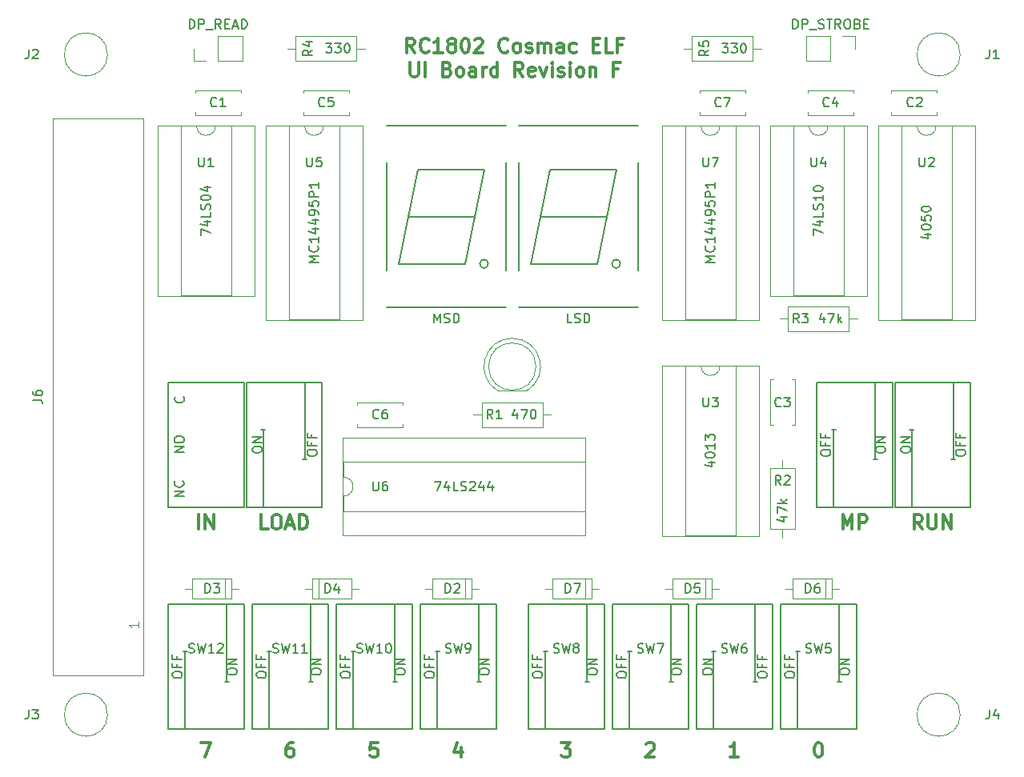
<source format=gto>
G04 #@! TF.GenerationSoftware,KiCad,Pcbnew,(5.1.5)-3*
G04 #@! TF.CreationDate,2020-04-10T19:04:35+02:00*
G04 #@! TF.ProjectId,RC1802 UI,52433138-3032-4205-9549-2e6b69636164,rev?*
G04 #@! TF.SameCoordinates,Original*
G04 #@! TF.FileFunction,Legend,Top*
G04 #@! TF.FilePolarity,Positive*
%FSLAX46Y46*%
G04 Gerber Fmt 4.6, Leading zero omitted, Abs format (unit mm)*
G04 Created by KiCad (PCBNEW (5.1.5)-3) date 2020-04-10 19:04:35*
%MOMM*%
%LPD*%
G04 APERTURE LIST*
%ADD10C,0.300000*%
%ADD11C,0.120000*%
%ADD12C,0.150000*%
G04 APERTURE END LIST*
D10*
X124015714Y-121963571D02*
X123301428Y-121963571D01*
X123301428Y-120463571D01*
X124801428Y-120463571D02*
X125087142Y-120463571D01*
X125230000Y-120535000D01*
X125372857Y-120677857D01*
X125444285Y-120963571D01*
X125444285Y-121463571D01*
X125372857Y-121749285D01*
X125230000Y-121892142D01*
X125087142Y-121963571D01*
X124801428Y-121963571D01*
X124658571Y-121892142D01*
X124515714Y-121749285D01*
X124444285Y-121463571D01*
X124444285Y-120963571D01*
X124515714Y-120677857D01*
X124658571Y-120535000D01*
X124801428Y-120463571D01*
X126015714Y-121535000D02*
X126730000Y-121535000D01*
X125872857Y-121963571D02*
X126372857Y-120463571D01*
X126872857Y-121963571D01*
X127372857Y-121963571D02*
X127372857Y-120463571D01*
X127730000Y-120463571D01*
X127944285Y-120535000D01*
X128087142Y-120677857D01*
X128158571Y-120820714D01*
X128230000Y-121106428D01*
X128230000Y-121320714D01*
X128158571Y-121606428D01*
X128087142Y-121749285D01*
X127944285Y-121892142D01*
X127730000Y-121963571D01*
X127372857Y-121963571D01*
X116689285Y-121963571D02*
X116689285Y-120463571D01*
X117403571Y-121963571D02*
X117403571Y-120463571D01*
X118260714Y-121963571D01*
X118260714Y-120463571D01*
X193202857Y-121963571D02*
X192702857Y-121249285D01*
X192345714Y-121963571D02*
X192345714Y-120463571D01*
X192917142Y-120463571D01*
X193060000Y-120535000D01*
X193131428Y-120606428D01*
X193202857Y-120749285D01*
X193202857Y-120963571D01*
X193131428Y-121106428D01*
X193060000Y-121177857D01*
X192917142Y-121249285D01*
X192345714Y-121249285D01*
X193845714Y-120463571D02*
X193845714Y-121677857D01*
X193917142Y-121820714D01*
X193988571Y-121892142D01*
X194131428Y-121963571D01*
X194417142Y-121963571D01*
X194560000Y-121892142D01*
X194631428Y-121820714D01*
X194702857Y-121677857D01*
X194702857Y-120463571D01*
X195417142Y-121963571D02*
X195417142Y-120463571D01*
X196274285Y-121963571D01*
X196274285Y-120463571D01*
X184805000Y-121963571D02*
X184805000Y-120463571D01*
X185305000Y-121535000D01*
X185805000Y-120463571D01*
X185805000Y-121963571D01*
X186519285Y-121963571D02*
X186519285Y-120463571D01*
X187090714Y-120463571D01*
X187233571Y-120535000D01*
X187305000Y-120606428D01*
X187376428Y-120749285D01*
X187376428Y-120963571D01*
X187305000Y-121106428D01*
X187233571Y-121177857D01*
X187090714Y-121249285D01*
X186519285Y-121249285D01*
X116975000Y-144593571D02*
X117975000Y-144593571D01*
X117332142Y-146093571D01*
X126650714Y-144593571D02*
X126365000Y-144593571D01*
X126222142Y-144665000D01*
X126150714Y-144736428D01*
X126007857Y-144950714D01*
X125936428Y-145236428D01*
X125936428Y-145807857D01*
X126007857Y-145950714D01*
X126079285Y-146022142D01*
X126222142Y-146093571D01*
X126507857Y-146093571D01*
X126650714Y-146022142D01*
X126722142Y-145950714D01*
X126793571Y-145807857D01*
X126793571Y-145450714D01*
X126722142Y-145307857D01*
X126650714Y-145236428D01*
X126507857Y-145165000D01*
X126222142Y-145165000D01*
X126079285Y-145236428D01*
X126007857Y-145307857D01*
X125936428Y-145450714D01*
X135612142Y-144593571D02*
X134897857Y-144593571D01*
X134826428Y-145307857D01*
X134897857Y-145236428D01*
X135040714Y-145165000D01*
X135397857Y-145165000D01*
X135540714Y-145236428D01*
X135612142Y-145307857D01*
X135683571Y-145450714D01*
X135683571Y-145807857D01*
X135612142Y-145950714D01*
X135540714Y-146022142D01*
X135397857Y-146093571D01*
X135040714Y-146093571D01*
X134897857Y-146022142D01*
X134826428Y-145950714D01*
X144430714Y-145093571D02*
X144430714Y-146093571D01*
X144073571Y-144522142D02*
X143716428Y-145593571D01*
X144645000Y-145593571D01*
X155075000Y-144593571D02*
X156003571Y-144593571D01*
X155503571Y-145165000D01*
X155717857Y-145165000D01*
X155860714Y-145236428D01*
X155932142Y-145307857D01*
X156003571Y-145450714D01*
X156003571Y-145807857D01*
X155932142Y-145950714D01*
X155860714Y-146022142D01*
X155717857Y-146093571D01*
X155289285Y-146093571D01*
X155146428Y-146022142D01*
X155075000Y-145950714D01*
X164036428Y-144736428D02*
X164107857Y-144665000D01*
X164250714Y-144593571D01*
X164607857Y-144593571D01*
X164750714Y-144665000D01*
X164822142Y-144736428D01*
X164893571Y-144879285D01*
X164893571Y-145022142D01*
X164822142Y-145236428D01*
X163965000Y-146093571D01*
X164893571Y-146093571D01*
X173783571Y-146093571D02*
X172926428Y-146093571D01*
X173355000Y-146093571D02*
X173355000Y-144593571D01*
X173212142Y-144807857D01*
X173069285Y-144950714D01*
X172926428Y-145022142D01*
X182173571Y-144593571D02*
X182316428Y-144593571D01*
X182459285Y-144665000D01*
X182530714Y-144736428D01*
X182602142Y-144879285D01*
X182673571Y-145165000D01*
X182673571Y-145522142D01*
X182602142Y-145807857D01*
X182530714Y-145950714D01*
X182459285Y-146022142D01*
X182316428Y-146093571D01*
X182173571Y-146093571D01*
X182030714Y-146022142D01*
X181959285Y-145950714D01*
X181887857Y-145807857D01*
X181816428Y-145522142D01*
X181816428Y-145165000D01*
X181887857Y-144879285D01*
X181959285Y-144736428D01*
X182030714Y-144665000D01*
X182173571Y-144593571D01*
X139542571Y-71539571D02*
X139042571Y-70825285D01*
X138685428Y-71539571D02*
X138685428Y-70039571D01*
X139256857Y-70039571D01*
X139399714Y-70111000D01*
X139471142Y-70182428D01*
X139542571Y-70325285D01*
X139542571Y-70539571D01*
X139471142Y-70682428D01*
X139399714Y-70753857D01*
X139256857Y-70825285D01*
X138685428Y-70825285D01*
X141042571Y-71396714D02*
X140971142Y-71468142D01*
X140756857Y-71539571D01*
X140614000Y-71539571D01*
X140399714Y-71468142D01*
X140256857Y-71325285D01*
X140185428Y-71182428D01*
X140114000Y-70896714D01*
X140114000Y-70682428D01*
X140185428Y-70396714D01*
X140256857Y-70253857D01*
X140399714Y-70111000D01*
X140614000Y-70039571D01*
X140756857Y-70039571D01*
X140971142Y-70111000D01*
X141042571Y-70182428D01*
X142471142Y-71539571D02*
X141614000Y-71539571D01*
X142042571Y-71539571D02*
X142042571Y-70039571D01*
X141899714Y-70253857D01*
X141756857Y-70396714D01*
X141614000Y-70468142D01*
X143328285Y-70682428D02*
X143185428Y-70611000D01*
X143114000Y-70539571D01*
X143042571Y-70396714D01*
X143042571Y-70325285D01*
X143114000Y-70182428D01*
X143185428Y-70111000D01*
X143328285Y-70039571D01*
X143614000Y-70039571D01*
X143756857Y-70111000D01*
X143828285Y-70182428D01*
X143899714Y-70325285D01*
X143899714Y-70396714D01*
X143828285Y-70539571D01*
X143756857Y-70611000D01*
X143614000Y-70682428D01*
X143328285Y-70682428D01*
X143185428Y-70753857D01*
X143114000Y-70825285D01*
X143042571Y-70968142D01*
X143042571Y-71253857D01*
X143114000Y-71396714D01*
X143185428Y-71468142D01*
X143328285Y-71539571D01*
X143614000Y-71539571D01*
X143756857Y-71468142D01*
X143828285Y-71396714D01*
X143899714Y-71253857D01*
X143899714Y-70968142D01*
X143828285Y-70825285D01*
X143756857Y-70753857D01*
X143614000Y-70682428D01*
X144828285Y-70039571D02*
X144971142Y-70039571D01*
X145114000Y-70111000D01*
X145185428Y-70182428D01*
X145256857Y-70325285D01*
X145328285Y-70611000D01*
X145328285Y-70968142D01*
X145256857Y-71253857D01*
X145185428Y-71396714D01*
X145114000Y-71468142D01*
X144971142Y-71539571D01*
X144828285Y-71539571D01*
X144685428Y-71468142D01*
X144614000Y-71396714D01*
X144542571Y-71253857D01*
X144471142Y-70968142D01*
X144471142Y-70611000D01*
X144542571Y-70325285D01*
X144614000Y-70182428D01*
X144685428Y-70111000D01*
X144828285Y-70039571D01*
X145899714Y-70182428D02*
X145971142Y-70111000D01*
X146114000Y-70039571D01*
X146471142Y-70039571D01*
X146614000Y-70111000D01*
X146685428Y-70182428D01*
X146756857Y-70325285D01*
X146756857Y-70468142D01*
X146685428Y-70682428D01*
X145828285Y-71539571D01*
X146756857Y-71539571D01*
X149399714Y-71396714D02*
X149328285Y-71468142D01*
X149114000Y-71539571D01*
X148971142Y-71539571D01*
X148756857Y-71468142D01*
X148614000Y-71325285D01*
X148542571Y-71182428D01*
X148471142Y-70896714D01*
X148471142Y-70682428D01*
X148542571Y-70396714D01*
X148614000Y-70253857D01*
X148756857Y-70111000D01*
X148971142Y-70039571D01*
X149114000Y-70039571D01*
X149328285Y-70111000D01*
X149399714Y-70182428D01*
X150256857Y-71539571D02*
X150114000Y-71468142D01*
X150042571Y-71396714D01*
X149971142Y-71253857D01*
X149971142Y-70825285D01*
X150042571Y-70682428D01*
X150114000Y-70611000D01*
X150256857Y-70539571D01*
X150471142Y-70539571D01*
X150614000Y-70611000D01*
X150685428Y-70682428D01*
X150756857Y-70825285D01*
X150756857Y-71253857D01*
X150685428Y-71396714D01*
X150614000Y-71468142D01*
X150471142Y-71539571D01*
X150256857Y-71539571D01*
X151328285Y-71468142D02*
X151471142Y-71539571D01*
X151756857Y-71539571D01*
X151899714Y-71468142D01*
X151971142Y-71325285D01*
X151971142Y-71253857D01*
X151899714Y-71111000D01*
X151756857Y-71039571D01*
X151542571Y-71039571D01*
X151399714Y-70968142D01*
X151328285Y-70825285D01*
X151328285Y-70753857D01*
X151399714Y-70611000D01*
X151542571Y-70539571D01*
X151756857Y-70539571D01*
X151899714Y-70611000D01*
X152613999Y-71539571D02*
X152613999Y-70539571D01*
X152613999Y-70682428D02*
X152685428Y-70611000D01*
X152828285Y-70539571D01*
X153042571Y-70539571D01*
X153185428Y-70611000D01*
X153256857Y-70753857D01*
X153256857Y-71539571D01*
X153256857Y-70753857D02*
X153328285Y-70611000D01*
X153471142Y-70539571D01*
X153685428Y-70539571D01*
X153828285Y-70611000D01*
X153899714Y-70753857D01*
X153899714Y-71539571D01*
X155256857Y-71539571D02*
X155256857Y-70753857D01*
X155185428Y-70611000D01*
X155042571Y-70539571D01*
X154756857Y-70539571D01*
X154613999Y-70611000D01*
X155256857Y-71468142D02*
X155114000Y-71539571D01*
X154756857Y-71539571D01*
X154613999Y-71468142D01*
X154542571Y-71325285D01*
X154542571Y-71182428D01*
X154613999Y-71039571D01*
X154756857Y-70968142D01*
X155114000Y-70968142D01*
X155256857Y-70896714D01*
X156614000Y-71468142D02*
X156471142Y-71539571D01*
X156185428Y-71539571D01*
X156042571Y-71468142D01*
X155971142Y-71396714D01*
X155899714Y-71253857D01*
X155899714Y-70825285D01*
X155971142Y-70682428D01*
X156042571Y-70611000D01*
X156185428Y-70539571D01*
X156471142Y-70539571D01*
X156614000Y-70611000D01*
X158399714Y-70753857D02*
X158899714Y-70753857D01*
X159114000Y-71539571D02*
X158399714Y-71539571D01*
X158399714Y-70039571D01*
X159114000Y-70039571D01*
X160471142Y-71539571D02*
X159756857Y-71539571D01*
X159756857Y-70039571D01*
X161471142Y-70753857D02*
X160971142Y-70753857D01*
X160971142Y-71539571D02*
X160971142Y-70039571D01*
X161685428Y-70039571D01*
X139078285Y-72589571D02*
X139078285Y-73803857D01*
X139149714Y-73946714D01*
X139221142Y-74018142D01*
X139364000Y-74089571D01*
X139649714Y-74089571D01*
X139792571Y-74018142D01*
X139864000Y-73946714D01*
X139935428Y-73803857D01*
X139935428Y-72589571D01*
X140649714Y-74089571D02*
X140649714Y-72589571D01*
X143006857Y-73303857D02*
X143221142Y-73375285D01*
X143292571Y-73446714D01*
X143364000Y-73589571D01*
X143364000Y-73803857D01*
X143292571Y-73946714D01*
X143221142Y-74018142D01*
X143078285Y-74089571D01*
X142506857Y-74089571D01*
X142506857Y-72589571D01*
X143006857Y-72589571D01*
X143149714Y-72661000D01*
X143221142Y-72732428D01*
X143292571Y-72875285D01*
X143292571Y-73018142D01*
X143221142Y-73161000D01*
X143149714Y-73232428D01*
X143006857Y-73303857D01*
X142506857Y-73303857D01*
X144221142Y-74089571D02*
X144078285Y-74018142D01*
X144006857Y-73946714D01*
X143935428Y-73803857D01*
X143935428Y-73375285D01*
X144006857Y-73232428D01*
X144078285Y-73161000D01*
X144221142Y-73089571D01*
X144435428Y-73089571D01*
X144578285Y-73161000D01*
X144649714Y-73232428D01*
X144721142Y-73375285D01*
X144721142Y-73803857D01*
X144649714Y-73946714D01*
X144578285Y-74018142D01*
X144435428Y-74089571D01*
X144221142Y-74089571D01*
X146006857Y-74089571D02*
X146006857Y-73303857D01*
X145935428Y-73161000D01*
X145792571Y-73089571D01*
X145506857Y-73089571D01*
X145364000Y-73161000D01*
X146006857Y-74018142D02*
X145864000Y-74089571D01*
X145506857Y-74089571D01*
X145364000Y-74018142D01*
X145292571Y-73875285D01*
X145292571Y-73732428D01*
X145364000Y-73589571D01*
X145506857Y-73518142D01*
X145864000Y-73518142D01*
X146006857Y-73446714D01*
X146721142Y-74089571D02*
X146721142Y-73089571D01*
X146721142Y-73375285D02*
X146792571Y-73232428D01*
X146864000Y-73161000D01*
X147006857Y-73089571D01*
X147149714Y-73089571D01*
X148292571Y-74089571D02*
X148292571Y-72589571D01*
X148292571Y-74018142D02*
X148149714Y-74089571D01*
X147864000Y-74089571D01*
X147721142Y-74018142D01*
X147649714Y-73946714D01*
X147578285Y-73803857D01*
X147578285Y-73375285D01*
X147649714Y-73232428D01*
X147721142Y-73161000D01*
X147864000Y-73089571D01*
X148149714Y-73089571D01*
X148292571Y-73161000D01*
X151006857Y-74089571D02*
X150506857Y-73375285D01*
X150149714Y-74089571D02*
X150149714Y-72589571D01*
X150721142Y-72589571D01*
X150864000Y-72661000D01*
X150935428Y-72732428D01*
X151006857Y-72875285D01*
X151006857Y-73089571D01*
X150935428Y-73232428D01*
X150864000Y-73303857D01*
X150721142Y-73375285D01*
X150149714Y-73375285D01*
X152221142Y-74018142D02*
X152078285Y-74089571D01*
X151792571Y-74089571D01*
X151649714Y-74018142D01*
X151578285Y-73875285D01*
X151578285Y-73303857D01*
X151649714Y-73161000D01*
X151792571Y-73089571D01*
X152078285Y-73089571D01*
X152221142Y-73161000D01*
X152292571Y-73303857D01*
X152292571Y-73446714D01*
X151578285Y-73589571D01*
X152792571Y-73089571D02*
X153149714Y-74089571D01*
X153506857Y-73089571D01*
X154078285Y-74089571D02*
X154078285Y-73089571D01*
X154078285Y-72589571D02*
X154006857Y-72661000D01*
X154078285Y-72732428D01*
X154149714Y-72661000D01*
X154078285Y-72589571D01*
X154078285Y-72732428D01*
X154721142Y-74018142D02*
X154864000Y-74089571D01*
X155149714Y-74089571D01*
X155292571Y-74018142D01*
X155364000Y-73875285D01*
X155364000Y-73803857D01*
X155292571Y-73661000D01*
X155149714Y-73589571D01*
X154935428Y-73589571D01*
X154792571Y-73518142D01*
X154721142Y-73375285D01*
X154721142Y-73303857D01*
X154792571Y-73161000D01*
X154935428Y-73089571D01*
X155149714Y-73089571D01*
X155292571Y-73161000D01*
X156006857Y-74089571D02*
X156006857Y-73089571D01*
X156006857Y-72589571D02*
X155935428Y-72661000D01*
X156006857Y-72732428D01*
X156078285Y-72661000D01*
X156006857Y-72589571D01*
X156006857Y-72732428D01*
X156935428Y-74089571D02*
X156792571Y-74018142D01*
X156721142Y-73946714D01*
X156649714Y-73803857D01*
X156649714Y-73375285D01*
X156721142Y-73232428D01*
X156792571Y-73161000D01*
X156935428Y-73089571D01*
X157149714Y-73089571D01*
X157292571Y-73161000D01*
X157364000Y-73232428D01*
X157435428Y-73375285D01*
X157435428Y-73803857D01*
X157364000Y-73946714D01*
X157292571Y-74018142D01*
X157149714Y-74089571D01*
X156935428Y-74089571D01*
X158078285Y-73089571D02*
X158078285Y-74089571D01*
X158078285Y-73232428D02*
X158149714Y-73161000D01*
X158292571Y-73089571D01*
X158506857Y-73089571D01*
X158649714Y-73161000D01*
X158721142Y-73303857D01*
X158721142Y-74089571D01*
X161078285Y-73303857D02*
X160578285Y-73303857D01*
X160578285Y-74089571D02*
X160578285Y-72589571D01*
X161292571Y-72589571D01*
D11*
X183245000Y-79315000D02*
G75*
G02X181245000Y-79315000I-1000000J0D01*
G01*
X181245000Y-79315000D02*
X179595000Y-79315000D01*
X179595000Y-79315000D02*
X179595000Y-97215000D01*
X179595000Y-97215000D02*
X184895000Y-97215000D01*
X184895000Y-97215000D02*
X184895000Y-79315000D01*
X184895000Y-79315000D02*
X183245000Y-79315000D01*
X177105000Y-79255000D02*
X177105000Y-97275000D01*
X177105000Y-97275000D02*
X187385000Y-97275000D01*
X187385000Y-97275000D02*
X187385000Y-79255000D01*
X187385000Y-79255000D02*
X177105000Y-79255000D01*
X101245000Y-137410000D02*
X101245000Y-78490000D01*
X101245000Y-78490000D02*
X110845000Y-78490000D01*
X110845000Y-78490000D02*
X110845000Y-137410000D01*
X110845000Y-137410000D02*
X101245000Y-137410000D01*
X171815000Y-79315000D02*
G75*
G02X169815000Y-79315000I-1000000J0D01*
G01*
X169815000Y-79315000D02*
X168165000Y-79315000D01*
X168165000Y-79315000D02*
X168165000Y-99755000D01*
X168165000Y-99755000D02*
X173465000Y-99755000D01*
X173465000Y-99755000D02*
X173465000Y-79315000D01*
X173465000Y-79315000D02*
X171815000Y-79315000D01*
X165675000Y-79255000D02*
X165675000Y-99815000D01*
X165675000Y-99815000D02*
X175955000Y-99815000D01*
X175955000Y-99815000D02*
X175955000Y-79255000D01*
X175955000Y-79255000D02*
X165675000Y-79255000D01*
X132020000Y-116475000D02*
G75*
G02X132020000Y-118475000I0J-1000000D01*
G01*
X132020000Y-118475000D02*
X132020000Y-120125000D01*
X132020000Y-120125000D02*
X157540000Y-120125000D01*
X157540000Y-120125000D02*
X157540000Y-114825000D01*
X157540000Y-114825000D02*
X132020000Y-114825000D01*
X132020000Y-114825000D02*
X132020000Y-116475000D01*
X131960000Y-122615000D02*
X157600000Y-122615000D01*
X157600000Y-122615000D02*
X157600000Y-112335000D01*
X157600000Y-112335000D02*
X131960000Y-112335000D01*
X131960000Y-112335000D02*
X131960000Y-122615000D01*
X171815000Y-104715000D02*
G75*
G02X169815000Y-104715000I-1000000J0D01*
G01*
X169815000Y-104715000D02*
X168165000Y-104715000D01*
X168165000Y-104715000D02*
X168165000Y-122615000D01*
X168165000Y-122615000D02*
X173465000Y-122615000D01*
X173465000Y-122615000D02*
X173465000Y-104715000D01*
X173465000Y-104715000D02*
X171815000Y-104715000D01*
X165675000Y-104655000D02*
X165675000Y-122675000D01*
X165675000Y-122675000D02*
X175955000Y-122675000D01*
X175955000Y-122675000D02*
X175955000Y-104655000D01*
X175955000Y-104655000D02*
X165675000Y-104655000D01*
X194675000Y-79315000D02*
G75*
G02X192675000Y-79315000I-1000000J0D01*
G01*
X192675000Y-79315000D02*
X191025000Y-79315000D01*
X191025000Y-79315000D02*
X191025000Y-99755000D01*
X191025000Y-99755000D02*
X196325000Y-99755000D01*
X196325000Y-99755000D02*
X196325000Y-79315000D01*
X196325000Y-79315000D02*
X194675000Y-79315000D01*
X188535000Y-79255000D02*
X188535000Y-99815000D01*
X188535000Y-99815000D02*
X198815000Y-99815000D01*
X198815000Y-99815000D02*
X198815000Y-79255000D01*
X198815000Y-79255000D02*
X188535000Y-79255000D01*
X118475000Y-79315000D02*
G75*
G02X116475000Y-79315000I-1000000J0D01*
G01*
X116475000Y-79315000D02*
X114825000Y-79315000D01*
X114825000Y-79315000D02*
X114825000Y-97215000D01*
X114825000Y-97215000D02*
X120125000Y-97215000D01*
X120125000Y-97215000D02*
X120125000Y-79315000D01*
X120125000Y-79315000D02*
X118475000Y-79315000D01*
X112335000Y-79255000D02*
X112335000Y-97275000D01*
X112335000Y-97275000D02*
X122615000Y-97275000D01*
X122615000Y-97275000D02*
X122615000Y-79255000D01*
X122615000Y-79255000D02*
X112335000Y-79255000D01*
X107061000Y-71755000D02*
G75*
G03X107061000Y-71755000I-2286000J0D01*
G01*
X197231000Y-71755000D02*
G75*
G03X197231000Y-71755000I-2286000J0D01*
G01*
X129905000Y-79315000D02*
G75*
G02X127905000Y-79315000I-1000000J0D01*
G01*
X127905000Y-79315000D02*
X126255000Y-79315000D01*
X126255000Y-79315000D02*
X126255000Y-99755000D01*
X126255000Y-99755000D02*
X131555000Y-99755000D01*
X131555000Y-99755000D02*
X131555000Y-79315000D01*
X131555000Y-79315000D02*
X129905000Y-79315000D01*
X123765000Y-79255000D02*
X123765000Y-99815000D01*
X123765000Y-99815000D02*
X134045000Y-99815000D01*
X134045000Y-99815000D02*
X134045000Y-79255000D01*
X134045000Y-79255000D02*
X123765000Y-79255000D01*
X179035000Y-98385000D02*
X179035000Y-101005000D01*
X179035000Y-101005000D02*
X185455000Y-101005000D01*
X185455000Y-101005000D02*
X185455000Y-98385000D01*
X185455000Y-98385000D02*
X179035000Y-98385000D01*
X178145000Y-99695000D02*
X179035000Y-99695000D01*
X186345000Y-99695000D02*
X185455000Y-99695000D01*
X177125000Y-121955000D02*
X179745000Y-121955000D01*
X179745000Y-121955000D02*
X179745000Y-115535000D01*
X179745000Y-115535000D02*
X177125000Y-115535000D01*
X177125000Y-115535000D02*
X177125000Y-121955000D01*
X178435000Y-122845000D02*
X178435000Y-121955000D01*
X178435000Y-114645000D02*
X178435000Y-115535000D01*
X153070000Y-111165000D02*
X153070000Y-108545000D01*
X153070000Y-108545000D02*
X146650000Y-108545000D01*
X146650000Y-108545000D02*
X146650000Y-111165000D01*
X146650000Y-111165000D02*
X153070000Y-111165000D01*
X153960000Y-109855000D02*
X153070000Y-109855000D01*
X145760000Y-109855000D02*
X146650000Y-109855000D01*
X197231000Y-141605000D02*
G75*
G03X197231000Y-141605000I-2286000J0D01*
G01*
X107061000Y-141605000D02*
G75*
G03X107061000Y-141605000I-2286000J0D01*
G01*
X158270000Y-129330000D02*
X158270000Y-127210000D01*
X158270000Y-127210000D02*
X154150000Y-127210000D01*
X154150000Y-127210000D02*
X154150000Y-129330000D01*
X154150000Y-129330000D02*
X158270000Y-129330000D01*
X159040000Y-128270000D02*
X158270000Y-128270000D01*
X153380000Y-128270000D02*
X154150000Y-128270000D01*
X157610000Y-129330000D02*
X157610000Y-127210000D01*
X183670000Y-129330000D02*
X183670000Y-127210000D01*
X183670000Y-127210000D02*
X179550000Y-127210000D01*
X179550000Y-127210000D02*
X179550000Y-129330000D01*
X179550000Y-129330000D02*
X183670000Y-129330000D01*
X184440000Y-128270000D02*
X183670000Y-128270000D01*
X178780000Y-128270000D02*
X179550000Y-128270000D01*
X183010000Y-129330000D02*
X183010000Y-127210000D01*
X170970000Y-129330000D02*
X170970000Y-127210000D01*
X170970000Y-127210000D02*
X166850000Y-127210000D01*
X166850000Y-127210000D02*
X166850000Y-129330000D01*
X166850000Y-129330000D02*
X170970000Y-129330000D01*
X171740000Y-128270000D02*
X170970000Y-128270000D01*
X166080000Y-128270000D02*
X166850000Y-128270000D01*
X170310000Y-129330000D02*
X170310000Y-127210000D01*
X128750000Y-127210000D02*
X128750000Y-129330000D01*
X128750000Y-129330000D02*
X132870000Y-129330000D01*
X132870000Y-129330000D02*
X132870000Y-127210000D01*
X132870000Y-127210000D02*
X128750000Y-127210000D01*
X127980000Y-128270000D02*
X128750000Y-128270000D01*
X133640000Y-128270000D02*
X132870000Y-128270000D01*
X129410000Y-127210000D02*
X129410000Y-129330000D01*
X120170000Y-129330000D02*
X120170000Y-127210000D01*
X120170000Y-127210000D02*
X116050000Y-127210000D01*
X116050000Y-127210000D02*
X116050000Y-129330000D01*
X116050000Y-129330000D02*
X120170000Y-129330000D01*
X120940000Y-128270000D02*
X120170000Y-128270000D01*
X115280000Y-128270000D02*
X116050000Y-128270000D01*
X119510000Y-129330000D02*
X119510000Y-127210000D01*
X145570000Y-129330000D02*
X145570000Y-127210000D01*
X145570000Y-127210000D02*
X141450000Y-127210000D01*
X141450000Y-127210000D02*
X141450000Y-129330000D01*
X141450000Y-129330000D02*
X145570000Y-129330000D01*
X146340000Y-128270000D02*
X145570000Y-128270000D01*
X140680000Y-128270000D02*
X141450000Y-128270000D01*
X144910000Y-129330000D02*
X144910000Y-127210000D01*
X149860462Y-101785000D02*
G75*
G03X148315170Y-107335000I-462J-2990000D01*
G01*
X149859538Y-101785000D02*
G75*
G02X151404830Y-107335000I462J-2990000D01*
G01*
X152360000Y-104775000D02*
G75*
G03X152360000Y-104775000I-2500000J0D01*
G01*
X148315000Y-107335000D02*
X151405000Y-107335000D01*
X174535000Y-78145000D02*
X169715000Y-78145000D01*
X174535000Y-75525000D02*
X169715000Y-75525000D01*
X174535000Y-78145000D02*
X174535000Y-77831000D01*
X174535000Y-75839000D02*
X174535000Y-75525000D01*
X169715000Y-78145000D02*
X169715000Y-77831000D01*
X169715000Y-75839000D02*
X169715000Y-75525000D01*
X133440000Y-108545000D02*
X138260000Y-108545000D01*
X133440000Y-111165000D02*
X138260000Y-111165000D01*
X133440000Y-108545000D02*
X133440000Y-108859000D01*
X133440000Y-110851000D02*
X133440000Y-111165000D01*
X138260000Y-108545000D02*
X138260000Y-108859000D01*
X138260000Y-110851000D02*
X138260000Y-111165000D01*
X132625000Y-78145000D02*
X127805000Y-78145000D01*
X132625000Y-75525000D02*
X127805000Y-75525000D01*
X132625000Y-78145000D02*
X132625000Y-77831000D01*
X132625000Y-75839000D02*
X132625000Y-75525000D01*
X127805000Y-78145000D02*
X127805000Y-77831000D01*
X127805000Y-75839000D02*
X127805000Y-75525000D01*
X185965000Y-78145000D02*
X181145000Y-78145000D01*
X185965000Y-75525000D02*
X181145000Y-75525000D01*
X185965000Y-78145000D02*
X185965000Y-77831000D01*
X185965000Y-75839000D02*
X185965000Y-75525000D01*
X181145000Y-78145000D02*
X181145000Y-77831000D01*
X181145000Y-75839000D02*
X181145000Y-75525000D01*
X179745000Y-106135000D02*
X179745000Y-110955000D01*
X177125000Y-106135000D02*
X177125000Y-110955000D01*
X179745000Y-106135000D02*
X179431000Y-106135000D01*
X177439000Y-106135000D02*
X177125000Y-106135000D01*
X179745000Y-110955000D02*
X179431000Y-110955000D01*
X177439000Y-110955000D02*
X177125000Y-110955000D01*
X189955000Y-75525000D02*
X194775000Y-75525000D01*
X189955000Y-78145000D02*
X194775000Y-78145000D01*
X189955000Y-75525000D02*
X189955000Y-75839000D01*
X189955000Y-77831000D02*
X189955000Y-78145000D01*
X194775000Y-75525000D02*
X194775000Y-75839000D01*
X194775000Y-77831000D02*
X194775000Y-78145000D01*
X121195000Y-78145000D02*
X116375000Y-78145000D01*
X121195000Y-75525000D02*
X116375000Y-75525000D01*
X121195000Y-78145000D02*
X121195000Y-77831000D01*
X121195000Y-75839000D02*
X121195000Y-75525000D01*
X116375000Y-78145000D02*
X116375000Y-77831000D01*
X116375000Y-75839000D02*
X116375000Y-75525000D01*
D12*
X161292214Y-93900000D02*
G75*
G03X161292214Y-93900000I-447214J0D01*
G01*
X153845000Y-83900000D02*
X152845000Y-88900000D01*
X152845000Y-88900000D02*
X151845000Y-93900000D01*
X151845000Y-93900000D02*
X158845000Y-93900000D01*
X158845000Y-93900000D02*
X159845000Y-88900000D01*
X160845000Y-83900000D02*
X159845000Y-88900000D01*
X159845000Y-88900000D02*
X152845000Y-88900000D01*
X153845000Y-83900000D02*
X160845000Y-83900000D01*
X163145000Y-98500000D02*
X150545000Y-98500000D01*
X150545000Y-83200000D02*
X150545000Y-94600000D01*
X163145000Y-83200000D02*
X163145000Y-94600000D01*
X150545000Y-79300000D02*
X163145000Y-79300000D01*
X147322214Y-93900000D02*
G75*
G03X147322214Y-93900000I-447214J0D01*
G01*
X139875000Y-83900000D02*
X138875000Y-88900000D01*
X138875000Y-88900000D02*
X137875000Y-93900000D01*
X137875000Y-93900000D02*
X144875000Y-93900000D01*
X144875000Y-93900000D02*
X145875000Y-88900000D01*
X146875000Y-83900000D02*
X145875000Y-88900000D01*
X145875000Y-88900000D02*
X138875000Y-88900000D01*
X139875000Y-83900000D02*
X146875000Y-83900000D01*
X149175000Y-98500000D02*
X136575000Y-98500000D01*
X136575000Y-83200000D02*
X136575000Y-94600000D01*
X149175000Y-83200000D02*
X149175000Y-94600000D01*
X136575000Y-79300000D02*
X149175000Y-79300000D01*
X196310000Y-114630000D02*
X196710000Y-114630000D01*
X191910000Y-111430000D02*
X192310000Y-111430000D01*
X196510000Y-114630000D02*
X196510000Y-106430000D01*
X192110000Y-119630000D02*
X192110000Y-111430000D01*
X198310000Y-119630000D02*
X194310000Y-119630000D01*
X194310000Y-119630000D02*
X190310000Y-119630000D01*
X198310000Y-106430000D02*
X194310000Y-106430000D01*
X194310000Y-106430000D02*
X190310000Y-106430000D01*
X190310000Y-119630000D02*
X190310000Y-106430000D01*
X198310000Y-119630000D02*
X198310000Y-106430000D01*
X127730000Y-114630000D02*
X128130000Y-114630000D01*
X123330000Y-111430000D02*
X123730000Y-111430000D01*
X127930000Y-114630000D02*
X127930000Y-106430000D01*
X123530000Y-119630000D02*
X123530000Y-111430000D01*
X129730000Y-119630000D02*
X125730000Y-119630000D01*
X125730000Y-119630000D02*
X121730000Y-119630000D01*
X129730000Y-106430000D02*
X125730000Y-106430000D01*
X125730000Y-106430000D02*
X121730000Y-106430000D01*
X121730000Y-119630000D02*
X121730000Y-106430000D01*
X129730000Y-119630000D02*
X129730000Y-106430000D01*
X175355000Y-138125000D02*
X175755000Y-138125000D01*
X170955000Y-134925000D02*
X171355000Y-134925000D01*
X175555000Y-138125000D02*
X175555000Y-129925000D01*
X171155000Y-143125000D02*
X171155000Y-134925000D01*
X177355000Y-143125000D02*
X173355000Y-143125000D01*
X173355000Y-143125000D02*
X169355000Y-143125000D01*
X177355000Y-129925000D02*
X173355000Y-129925000D01*
X173355000Y-129925000D02*
X169355000Y-129925000D01*
X169355000Y-143125000D02*
X169355000Y-129925000D01*
X177355000Y-143125000D02*
X177355000Y-129925000D01*
D11*
X121345000Y-72450000D02*
X121345000Y-69790000D01*
X118745000Y-72450000D02*
X121345000Y-72450000D01*
X118745000Y-69790000D02*
X121345000Y-69790000D01*
X118745000Y-72450000D02*
X118745000Y-69790000D01*
X117475000Y-72450000D02*
X116145000Y-72450000D01*
X116145000Y-72450000D02*
X116145000Y-71120000D01*
X180915000Y-69790000D02*
X180915000Y-72450000D01*
X183515000Y-69790000D02*
X180915000Y-69790000D01*
X183515000Y-72450000D02*
X180915000Y-72450000D01*
X183515000Y-69790000D02*
X183515000Y-72450000D01*
X184785000Y-69790000D02*
X186115000Y-69790000D01*
X186115000Y-69790000D02*
X186115000Y-71120000D01*
X126965000Y-69810000D02*
X126965000Y-72430000D01*
X126965000Y-72430000D02*
X133385000Y-72430000D01*
X133385000Y-72430000D02*
X133385000Y-69810000D01*
X133385000Y-69810000D02*
X126965000Y-69810000D01*
X126075000Y-71120000D02*
X126965000Y-71120000D01*
X134275000Y-71120000D02*
X133385000Y-71120000D01*
X175295000Y-72430000D02*
X175295000Y-69810000D01*
X175295000Y-69810000D02*
X168875000Y-69810000D01*
X168875000Y-69810000D02*
X168875000Y-72430000D01*
X168875000Y-72430000D02*
X175295000Y-72430000D01*
X176185000Y-71120000D02*
X175295000Y-71120000D01*
X167985000Y-71120000D02*
X168875000Y-71120000D01*
D12*
X184055000Y-111430000D02*
X183655000Y-111430000D01*
X188455000Y-114630000D02*
X188055000Y-114630000D01*
X183855000Y-111430000D02*
X183855000Y-119630000D01*
X188255000Y-106430000D02*
X188255000Y-114630000D01*
X182055000Y-106430000D02*
X186055000Y-106430000D01*
X186055000Y-106430000D02*
X190055000Y-106430000D01*
X182055000Y-119630000D02*
X186055000Y-119630000D01*
X186055000Y-119630000D02*
X190055000Y-119630000D01*
X190055000Y-106430000D02*
X190055000Y-119630000D01*
X182055000Y-106430000D02*
X182055000Y-119630000D01*
X115475000Y-134925000D02*
X115075000Y-134925000D01*
X119875000Y-138125000D02*
X119475000Y-138125000D01*
X115275000Y-134925000D02*
X115275000Y-143125000D01*
X119675000Y-129925000D02*
X119675000Y-138125000D01*
X113475000Y-129925000D02*
X117475000Y-129925000D01*
X117475000Y-129925000D02*
X121475000Y-129925000D01*
X113475000Y-143125000D02*
X117475000Y-143125000D01*
X117475000Y-143125000D02*
X121475000Y-143125000D01*
X121475000Y-129925000D02*
X121475000Y-143125000D01*
X113475000Y-129925000D02*
X113475000Y-143125000D01*
X124365000Y-134925000D02*
X123965000Y-134925000D01*
X128765000Y-138125000D02*
X128365000Y-138125000D01*
X124165000Y-134925000D02*
X124165000Y-143125000D01*
X128565000Y-129925000D02*
X128565000Y-138125000D01*
X122365000Y-129925000D02*
X126365000Y-129925000D01*
X126365000Y-129925000D02*
X130365000Y-129925000D01*
X122365000Y-143125000D02*
X126365000Y-143125000D01*
X126365000Y-143125000D02*
X130365000Y-143125000D01*
X130365000Y-129925000D02*
X130365000Y-143125000D01*
X122365000Y-129925000D02*
X122365000Y-143125000D01*
X133255000Y-134925000D02*
X132855000Y-134925000D01*
X137655000Y-138125000D02*
X137255000Y-138125000D01*
X133055000Y-134925000D02*
X133055000Y-143125000D01*
X137455000Y-129925000D02*
X137455000Y-138125000D01*
X131255000Y-129925000D02*
X135255000Y-129925000D01*
X135255000Y-129925000D02*
X139255000Y-129925000D01*
X131255000Y-143125000D02*
X135255000Y-143125000D01*
X135255000Y-143125000D02*
X139255000Y-143125000D01*
X139255000Y-129925000D02*
X139255000Y-143125000D01*
X131255000Y-129925000D02*
X131255000Y-143125000D01*
X142145000Y-134925000D02*
X141745000Y-134925000D01*
X146545000Y-138125000D02*
X146145000Y-138125000D01*
X141945000Y-134925000D02*
X141945000Y-143125000D01*
X146345000Y-129925000D02*
X146345000Y-138125000D01*
X140145000Y-129925000D02*
X144145000Y-129925000D01*
X144145000Y-129925000D02*
X148145000Y-129925000D01*
X140145000Y-143125000D02*
X144145000Y-143125000D01*
X144145000Y-143125000D02*
X148145000Y-143125000D01*
X148145000Y-129925000D02*
X148145000Y-143125000D01*
X140145000Y-129925000D02*
X140145000Y-143125000D01*
X153575000Y-134925000D02*
X153175000Y-134925000D01*
X157975000Y-138125000D02*
X157575000Y-138125000D01*
X153375000Y-134925000D02*
X153375000Y-143125000D01*
X157775000Y-129925000D02*
X157775000Y-138125000D01*
X151575000Y-129925000D02*
X155575000Y-129925000D01*
X155575000Y-129925000D02*
X159575000Y-129925000D01*
X151575000Y-143125000D02*
X155575000Y-143125000D01*
X155575000Y-143125000D02*
X159575000Y-143125000D01*
X159575000Y-129925000D02*
X159575000Y-143125000D01*
X151575000Y-129925000D02*
X151575000Y-143125000D01*
X162465000Y-134925000D02*
X162065000Y-134925000D01*
X166865000Y-138125000D02*
X166465000Y-138125000D01*
X162265000Y-134925000D02*
X162265000Y-143125000D01*
X166665000Y-129925000D02*
X166665000Y-138125000D01*
X160465000Y-129925000D02*
X164465000Y-129925000D01*
X164465000Y-129925000D02*
X168465000Y-129925000D01*
X160465000Y-143125000D02*
X164465000Y-143125000D01*
X164465000Y-143125000D02*
X168465000Y-143125000D01*
X168465000Y-129925000D02*
X168465000Y-143125000D01*
X160465000Y-129925000D02*
X160465000Y-143125000D01*
X180245000Y-134925000D02*
X179845000Y-134925000D01*
X184645000Y-138125000D02*
X184245000Y-138125000D01*
X180045000Y-134925000D02*
X180045000Y-143125000D01*
X184445000Y-129925000D02*
X184445000Y-138125000D01*
X178245000Y-129925000D02*
X182245000Y-129925000D01*
X182245000Y-129925000D02*
X186245000Y-129925000D01*
X178245000Y-143125000D02*
X182245000Y-143125000D01*
X182245000Y-143125000D02*
X186245000Y-143125000D01*
X186245000Y-129925000D02*
X186245000Y-143125000D01*
X178245000Y-129925000D02*
X178245000Y-143125000D01*
X113475000Y-106530000D02*
X113475000Y-106430000D01*
X113475000Y-106430000D02*
X121475000Y-106430000D01*
X121475000Y-106430000D02*
X121475000Y-106530000D01*
X121475000Y-119530000D02*
X121475000Y-119630000D01*
X121475000Y-119630000D02*
X113475000Y-119630000D01*
X113475000Y-119630000D02*
X113475000Y-119530000D01*
X113475000Y-119530000D02*
X113475000Y-106530000D01*
X121475000Y-119530000D02*
X121475000Y-106530000D01*
X181483095Y-82637380D02*
X181483095Y-83446904D01*
X181530714Y-83542142D01*
X181578333Y-83589761D01*
X181673571Y-83637380D01*
X181864047Y-83637380D01*
X181959285Y-83589761D01*
X182006904Y-83542142D01*
X182054523Y-83446904D01*
X182054523Y-82637380D01*
X182959285Y-82970714D02*
X182959285Y-83637380D01*
X182721190Y-82589761D02*
X182483095Y-83304047D01*
X183102142Y-83304047D01*
X181697380Y-90907857D02*
X181697380Y-90241190D01*
X182697380Y-90669761D01*
X182030714Y-89431666D02*
X182697380Y-89431666D01*
X181649761Y-89669761D02*
X182364047Y-89907857D01*
X182364047Y-89288809D01*
X182697380Y-88431666D02*
X182697380Y-88907857D01*
X181697380Y-88907857D01*
X182649761Y-88145952D02*
X182697380Y-88003095D01*
X182697380Y-87765000D01*
X182649761Y-87669761D01*
X182602142Y-87622142D01*
X182506904Y-87574523D01*
X182411666Y-87574523D01*
X182316428Y-87622142D01*
X182268809Y-87669761D01*
X182221190Y-87765000D01*
X182173571Y-87955476D01*
X182125952Y-88050714D01*
X182078333Y-88098333D01*
X181983095Y-88145952D01*
X181887857Y-88145952D01*
X181792619Y-88098333D01*
X181745000Y-88050714D01*
X181697380Y-87955476D01*
X181697380Y-87717380D01*
X181745000Y-87574523D01*
X182697380Y-86622142D02*
X182697380Y-87193571D01*
X182697380Y-86907857D02*
X181697380Y-86907857D01*
X181840238Y-87003095D01*
X181935476Y-87098333D01*
X181983095Y-87193571D01*
X181697380Y-86003095D02*
X181697380Y-85907857D01*
X181745000Y-85812619D01*
X181792619Y-85765000D01*
X181887857Y-85717380D01*
X182078333Y-85669761D01*
X182316428Y-85669761D01*
X182506904Y-85717380D01*
X182602142Y-85765000D01*
X182649761Y-85812619D01*
X182697380Y-85907857D01*
X182697380Y-86003095D01*
X182649761Y-86098333D01*
X182602142Y-86145952D01*
X182506904Y-86193571D01*
X182316428Y-86241190D01*
X182078333Y-86241190D01*
X181887857Y-86193571D01*
X181792619Y-86145952D01*
X181745000Y-86098333D01*
X181697380Y-86003095D01*
X99147380Y-108283333D02*
X99861666Y-108283333D01*
X100004523Y-108330952D01*
X100099761Y-108426190D01*
X100147380Y-108569047D01*
X100147380Y-108664285D01*
X99147380Y-107378571D02*
X99147380Y-107569047D01*
X99195000Y-107664285D01*
X99242619Y-107711904D01*
X99385476Y-107807142D01*
X99575952Y-107854761D01*
X99956904Y-107854761D01*
X100052142Y-107807142D01*
X100099761Y-107759523D01*
X100147380Y-107664285D01*
X100147380Y-107473809D01*
X100099761Y-107378571D01*
X100052142Y-107330952D01*
X99956904Y-107283333D01*
X99718809Y-107283333D01*
X99623571Y-107330952D01*
X99575952Y-107378571D01*
X99528333Y-107473809D01*
X99528333Y-107664285D01*
X99575952Y-107759523D01*
X99623571Y-107807142D01*
X99718809Y-107854761D01*
D11*
X110307380Y-131794285D02*
X110307380Y-132365714D01*
X110307380Y-132080000D02*
X109307380Y-132080000D01*
X109450238Y-132175238D01*
X109545476Y-132270476D01*
X109593095Y-132365714D01*
D12*
X170053095Y-82637380D02*
X170053095Y-83446904D01*
X170100714Y-83542142D01*
X170148333Y-83589761D01*
X170243571Y-83637380D01*
X170434047Y-83637380D01*
X170529285Y-83589761D01*
X170576904Y-83542142D01*
X170624523Y-83446904D01*
X170624523Y-82637380D01*
X171005476Y-82637380D02*
X171672142Y-82637380D01*
X171243571Y-83637380D01*
X171267380Y-93725476D02*
X170267380Y-93725476D01*
X170981666Y-93392142D01*
X170267380Y-93058809D01*
X171267380Y-93058809D01*
X171172142Y-92011190D02*
X171219761Y-92058809D01*
X171267380Y-92201666D01*
X171267380Y-92296904D01*
X171219761Y-92439761D01*
X171124523Y-92535000D01*
X171029285Y-92582619D01*
X170838809Y-92630238D01*
X170695952Y-92630238D01*
X170505476Y-92582619D01*
X170410238Y-92535000D01*
X170315000Y-92439761D01*
X170267380Y-92296904D01*
X170267380Y-92201666D01*
X170315000Y-92058809D01*
X170362619Y-92011190D01*
X171267380Y-91058809D02*
X171267380Y-91630238D01*
X171267380Y-91344523D02*
X170267380Y-91344523D01*
X170410238Y-91439761D01*
X170505476Y-91535000D01*
X170553095Y-91630238D01*
X170600714Y-90201666D02*
X171267380Y-90201666D01*
X170219761Y-90439761D02*
X170934047Y-90677857D01*
X170934047Y-90058809D01*
X170600714Y-89249285D02*
X171267380Y-89249285D01*
X170219761Y-89487380D02*
X170934047Y-89725476D01*
X170934047Y-89106428D01*
X171267380Y-88677857D02*
X171267380Y-88487380D01*
X171219761Y-88392142D01*
X171172142Y-88344523D01*
X171029285Y-88249285D01*
X170838809Y-88201666D01*
X170457857Y-88201666D01*
X170362619Y-88249285D01*
X170315000Y-88296904D01*
X170267380Y-88392142D01*
X170267380Y-88582619D01*
X170315000Y-88677857D01*
X170362619Y-88725476D01*
X170457857Y-88773095D01*
X170695952Y-88773095D01*
X170791190Y-88725476D01*
X170838809Y-88677857D01*
X170886428Y-88582619D01*
X170886428Y-88392142D01*
X170838809Y-88296904D01*
X170791190Y-88249285D01*
X170695952Y-88201666D01*
X170267380Y-87296904D02*
X170267380Y-87773095D01*
X170743571Y-87820714D01*
X170695952Y-87773095D01*
X170648333Y-87677857D01*
X170648333Y-87439761D01*
X170695952Y-87344523D01*
X170743571Y-87296904D01*
X170838809Y-87249285D01*
X171076904Y-87249285D01*
X171172142Y-87296904D01*
X171219761Y-87344523D01*
X171267380Y-87439761D01*
X171267380Y-87677857D01*
X171219761Y-87773095D01*
X171172142Y-87820714D01*
X171267380Y-86820714D02*
X170267380Y-86820714D01*
X170267380Y-86439761D01*
X170315000Y-86344523D01*
X170362619Y-86296904D01*
X170457857Y-86249285D01*
X170600714Y-86249285D01*
X170695952Y-86296904D01*
X170743571Y-86344523D01*
X170791190Y-86439761D01*
X170791190Y-86820714D01*
X171267380Y-85296904D02*
X171267380Y-85868333D01*
X171267380Y-85582619D02*
X170267380Y-85582619D01*
X170410238Y-85677857D01*
X170505476Y-85773095D01*
X170553095Y-85868333D01*
X135128095Y-116927380D02*
X135128095Y-117736904D01*
X135175714Y-117832142D01*
X135223333Y-117879761D01*
X135318571Y-117927380D01*
X135509047Y-117927380D01*
X135604285Y-117879761D01*
X135651904Y-117832142D01*
X135699523Y-117736904D01*
X135699523Y-116927380D01*
X136604285Y-116927380D02*
X136413809Y-116927380D01*
X136318571Y-116975000D01*
X136270952Y-117022619D01*
X136175714Y-117165476D01*
X136128095Y-117355952D01*
X136128095Y-117736904D01*
X136175714Y-117832142D01*
X136223333Y-117879761D01*
X136318571Y-117927380D01*
X136509047Y-117927380D01*
X136604285Y-117879761D01*
X136651904Y-117832142D01*
X136699523Y-117736904D01*
X136699523Y-117498809D01*
X136651904Y-117403571D01*
X136604285Y-117355952D01*
X136509047Y-117308333D01*
X136318571Y-117308333D01*
X136223333Y-117355952D01*
X136175714Y-117403571D01*
X136128095Y-117498809D01*
X141660952Y-116927380D02*
X142327619Y-116927380D01*
X141899047Y-117927380D01*
X143137142Y-117260714D02*
X143137142Y-117927380D01*
X142899047Y-116879761D02*
X142660952Y-117594047D01*
X143280000Y-117594047D01*
X144137142Y-117927380D02*
X143660952Y-117927380D01*
X143660952Y-116927380D01*
X144422857Y-117879761D02*
X144565714Y-117927380D01*
X144803809Y-117927380D01*
X144899047Y-117879761D01*
X144946666Y-117832142D01*
X144994285Y-117736904D01*
X144994285Y-117641666D01*
X144946666Y-117546428D01*
X144899047Y-117498809D01*
X144803809Y-117451190D01*
X144613333Y-117403571D01*
X144518095Y-117355952D01*
X144470476Y-117308333D01*
X144422857Y-117213095D01*
X144422857Y-117117857D01*
X144470476Y-117022619D01*
X144518095Y-116975000D01*
X144613333Y-116927380D01*
X144851428Y-116927380D01*
X144994285Y-116975000D01*
X145375238Y-117022619D02*
X145422857Y-116975000D01*
X145518095Y-116927380D01*
X145756190Y-116927380D01*
X145851428Y-116975000D01*
X145899047Y-117022619D01*
X145946666Y-117117857D01*
X145946666Y-117213095D01*
X145899047Y-117355952D01*
X145327619Y-117927380D01*
X145946666Y-117927380D01*
X146803809Y-117260714D02*
X146803809Y-117927380D01*
X146565714Y-116879761D02*
X146327619Y-117594047D01*
X146946666Y-117594047D01*
X147756190Y-117260714D02*
X147756190Y-117927380D01*
X147518095Y-116879761D02*
X147280000Y-117594047D01*
X147899047Y-117594047D01*
X170053095Y-108037380D02*
X170053095Y-108846904D01*
X170100714Y-108942142D01*
X170148333Y-108989761D01*
X170243571Y-109037380D01*
X170434047Y-109037380D01*
X170529285Y-108989761D01*
X170576904Y-108942142D01*
X170624523Y-108846904D01*
X170624523Y-108037380D01*
X171005476Y-108037380D02*
X171624523Y-108037380D01*
X171291190Y-108418333D01*
X171434047Y-108418333D01*
X171529285Y-108465952D01*
X171576904Y-108513571D01*
X171624523Y-108608809D01*
X171624523Y-108846904D01*
X171576904Y-108942142D01*
X171529285Y-108989761D01*
X171434047Y-109037380D01*
X171148333Y-109037380D01*
X171053095Y-108989761D01*
X171005476Y-108942142D01*
X170600714Y-114903095D02*
X171267380Y-114903095D01*
X170219761Y-115141190D02*
X170934047Y-115379285D01*
X170934047Y-114760238D01*
X170267380Y-114188809D02*
X170267380Y-114093571D01*
X170315000Y-113998333D01*
X170362619Y-113950714D01*
X170457857Y-113903095D01*
X170648333Y-113855476D01*
X170886428Y-113855476D01*
X171076904Y-113903095D01*
X171172142Y-113950714D01*
X171219761Y-113998333D01*
X171267380Y-114093571D01*
X171267380Y-114188809D01*
X171219761Y-114284047D01*
X171172142Y-114331666D01*
X171076904Y-114379285D01*
X170886428Y-114426904D01*
X170648333Y-114426904D01*
X170457857Y-114379285D01*
X170362619Y-114331666D01*
X170315000Y-114284047D01*
X170267380Y-114188809D01*
X171267380Y-112903095D02*
X171267380Y-113474523D01*
X171267380Y-113188809D02*
X170267380Y-113188809D01*
X170410238Y-113284047D01*
X170505476Y-113379285D01*
X170553095Y-113474523D01*
X170267380Y-112569761D02*
X170267380Y-111950714D01*
X170648333Y-112284047D01*
X170648333Y-112141190D01*
X170695952Y-112045952D01*
X170743571Y-111998333D01*
X170838809Y-111950714D01*
X171076904Y-111950714D01*
X171172142Y-111998333D01*
X171219761Y-112045952D01*
X171267380Y-112141190D01*
X171267380Y-112426904D01*
X171219761Y-112522142D01*
X171172142Y-112569761D01*
X192913095Y-82637380D02*
X192913095Y-83446904D01*
X192960714Y-83542142D01*
X193008333Y-83589761D01*
X193103571Y-83637380D01*
X193294047Y-83637380D01*
X193389285Y-83589761D01*
X193436904Y-83542142D01*
X193484523Y-83446904D01*
X193484523Y-82637380D01*
X193913095Y-82732619D02*
X193960714Y-82685000D01*
X194055952Y-82637380D01*
X194294047Y-82637380D01*
X194389285Y-82685000D01*
X194436904Y-82732619D01*
X194484523Y-82827857D01*
X194484523Y-82923095D01*
X194436904Y-83065952D01*
X193865476Y-83637380D01*
X194484523Y-83637380D01*
X193460714Y-90773095D02*
X194127380Y-90773095D01*
X193079761Y-91011190D02*
X193794047Y-91249285D01*
X193794047Y-90630238D01*
X193127380Y-90058809D02*
X193127380Y-89963571D01*
X193175000Y-89868333D01*
X193222619Y-89820714D01*
X193317857Y-89773095D01*
X193508333Y-89725476D01*
X193746428Y-89725476D01*
X193936904Y-89773095D01*
X194032142Y-89820714D01*
X194079761Y-89868333D01*
X194127380Y-89963571D01*
X194127380Y-90058809D01*
X194079761Y-90154047D01*
X194032142Y-90201666D01*
X193936904Y-90249285D01*
X193746428Y-90296904D01*
X193508333Y-90296904D01*
X193317857Y-90249285D01*
X193222619Y-90201666D01*
X193175000Y-90154047D01*
X193127380Y-90058809D01*
X193127380Y-88820714D02*
X193127380Y-89296904D01*
X193603571Y-89344523D01*
X193555952Y-89296904D01*
X193508333Y-89201666D01*
X193508333Y-88963571D01*
X193555952Y-88868333D01*
X193603571Y-88820714D01*
X193698809Y-88773095D01*
X193936904Y-88773095D01*
X194032142Y-88820714D01*
X194079761Y-88868333D01*
X194127380Y-88963571D01*
X194127380Y-89201666D01*
X194079761Y-89296904D01*
X194032142Y-89344523D01*
X193127380Y-88154047D02*
X193127380Y-88058809D01*
X193175000Y-87963571D01*
X193222619Y-87915952D01*
X193317857Y-87868333D01*
X193508333Y-87820714D01*
X193746428Y-87820714D01*
X193936904Y-87868333D01*
X194032142Y-87915952D01*
X194079761Y-87963571D01*
X194127380Y-88058809D01*
X194127380Y-88154047D01*
X194079761Y-88249285D01*
X194032142Y-88296904D01*
X193936904Y-88344523D01*
X193746428Y-88392142D01*
X193508333Y-88392142D01*
X193317857Y-88344523D01*
X193222619Y-88296904D01*
X193175000Y-88249285D01*
X193127380Y-88154047D01*
X116713095Y-82637380D02*
X116713095Y-83446904D01*
X116760714Y-83542142D01*
X116808333Y-83589761D01*
X116903571Y-83637380D01*
X117094047Y-83637380D01*
X117189285Y-83589761D01*
X117236904Y-83542142D01*
X117284523Y-83446904D01*
X117284523Y-82637380D01*
X118284523Y-83637380D02*
X117713095Y-83637380D01*
X117998809Y-83637380D02*
X117998809Y-82637380D01*
X117903571Y-82780238D01*
X117808333Y-82875476D01*
X117713095Y-82923095D01*
X116927380Y-90907857D02*
X116927380Y-90241190D01*
X117927380Y-90669761D01*
X117260714Y-89431666D02*
X117927380Y-89431666D01*
X116879761Y-89669761D02*
X117594047Y-89907857D01*
X117594047Y-89288809D01*
X117927380Y-88431666D02*
X117927380Y-88907857D01*
X116927380Y-88907857D01*
X117879761Y-88145952D02*
X117927380Y-88003095D01*
X117927380Y-87765000D01*
X117879761Y-87669761D01*
X117832142Y-87622142D01*
X117736904Y-87574523D01*
X117641666Y-87574523D01*
X117546428Y-87622142D01*
X117498809Y-87669761D01*
X117451190Y-87765000D01*
X117403571Y-87955476D01*
X117355952Y-88050714D01*
X117308333Y-88098333D01*
X117213095Y-88145952D01*
X117117857Y-88145952D01*
X117022619Y-88098333D01*
X116975000Y-88050714D01*
X116927380Y-87955476D01*
X116927380Y-87717380D01*
X116975000Y-87574523D01*
X116927380Y-86955476D02*
X116927380Y-86860238D01*
X116975000Y-86765000D01*
X117022619Y-86717380D01*
X117117857Y-86669761D01*
X117308333Y-86622142D01*
X117546428Y-86622142D01*
X117736904Y-86669761D01*
X117832142Y-86717380D01*
X117879761Y-86765000D01*
X117927380Y-86860238D01*
X117927380Y-86955476D01*
X117879761Y-87050714D01*
X117832142Y-87098333D01*
X117736904Y-87145952D01*
X117546428Y-87193571D01*
X117308333Y-87193571D01*
X117117857Y-87145952D01*
X117022619Y-87098333D01*
X116975000Y-87050714D01*
X116927380Y-86955476D01*
X117260714Y-85765000D02*
X117927380Y-85765000D01*
X116879761Y-86003095D02*
X117594047Y-86241190D01*
X117594047Y-85622142D01*
X98726666Y-71207380D02*
X98726666Y-71921666D01*
X98679047Y-72064523D01*
X98583809Y-72159761D01*
X98440952Y-72207380D01*
X98345714Y-72207380D01*
X99155238Y-71302619D02*
X99202857Y-71255000D01*
X99298095Y-71207380D01*
X99536190Y-71207380D01*
X99631428Y-71255000D01*
X99679047Y-71302619D01*
X99726666Y-71397857D01*
X99726666Y-71493095D01*
X99679047Y-71635952D01*
X99107619Y-72207380D01*
X99726666Y-72207380D01*
X200326666Y-71207380D02*
X200326666Y-71921666D01*
X200279047Y-72064523D01*
X200183809Y-72159761D01*
X200040952Y-72207380D01*
X199945714Y-72207380D01*
X201326666Y-72207380D02*
X200755238Y-72207380D01*
X201040952Y-72207380D02*
X201040952Y-71207380D01*
X200945714Y-71350238D01*
X200850476Y-71445476D01*
X200755238Y-71493095D01*
X128143095Y-82637380D02*
X128143095Y-83446904D01*
X128190714Y-83542142D01*
X128238333Y-83589761D01*
X128333571Y-83637380D01*
X128524047Y-83637380D01*
X128619285Y-83589761D01*
X128666904Y-83542142D01*
X128714523Y-83446904D01*
X128714523Y-82637380D01*
X129666904Y-82637380D02*
X129190714Y-82637380D01*
X129143095Y-83113571D01*
X129190714Y-83065952D01*
X129285952Y-83018333D01*
X129524047Y-83018333D01*
X129619285Y-83065952D01*
X129666904Y-83113571D01*
X129714523Y-83208809D01*
X129714523Y-83446904D01*
X129666904Y-83542142D01*
X129619285Y-83589761D01*
X129524047Y-83637380D01*
X129285952Y-83637380D01*
X129190714Y-83589761D01*
X129143095Y-83542142D01*
X129357380Y-93725476D02*
X128357380Y-93725476D01*
X129071666Y-93392142D01*
X128357380Y-93058809D01*
X129357380Y-93058809D01*
X129262142Y-92011190D02*
X129309761Y-92058809D01*
X129357380Y-92201666D01*
X129357380Y-92296904D01*
X129309761Y-92439761D01*
X129214523Y-92535000D01*
X129119285Y-92582619D01*
X128928809Y-92630238D01*
X128785952Y-92630238D01*
X128595476Y-92582619D01*
X128500238Y-92535000D01*
X128405000Y-92439761D01*
X128357380Y-92296904D01*
X128357380Y-92201666D01*
X128405000Y-92058809D01*
X128452619Y-92011190D01*
X129357380Y-91058809D02*
X129357380Y-91630238D01*
X129357380Y-91344523D02*
X128357380Y-91344523D01*
X128500238Y-91439761D01*
X128595476Y-91535000D01*
X128643095Y-91630238D01*
X128690714Y-90201666D02*
X129357380Y-90201666D01*
X128309761Y-90439761D02*
X129024047Y-90677857D01*
X129024047Y-90058809D01*
X128690714Y-89249285D02*
X129357380Y-89249285D01*
X128309761Y-89487380D02*
X129024047Y-89725476D01*
X129024047Y-89106428D01*
X129357380Y-88677857D02*
X129357380Y-88487380D01*
X129309761Y-88392142D01*
X129262142Y-88344523D01*
X129119285Y-88249285D01*
X128928809Y-88201666D01*
X128547857Y-88201666D01*
X128452619Y-88249285D01*
X128405000Y-88296904D01*
X128357380Y-88392142D01*
X128357380Y-88582619D01*
X128405000Y-88677857D01*
X128452619Y-88725476D01*
X128547857Y-88773095D01*
X128785952Y-88773095D01*
X128881190Y-88725476D01*
X128928809Y-88677857D01*
X128976428Y-88582619D01*
X128976428Y-88392142D01*
X128928809Y-88296904D01*
X128881190Y-88249285D01*
X128785952Y-88201666D01*
X128357380Y-87296904D02*
X128357380Y-87773095D01*
X128833571Y-87820714D01*
X128785952Y-87773095D01*
X128738333Y-87677857D01*
X128738333Y-87439761D01*
X128785952Y-87344523D01*
X128833571Y-87296904D01*
X128928809Y-87249285D01*
X129166904Y-87249285D01*
X129262142Y-87296904D01*
X129309761Y-87344523D01*
X129357380Y-87439761D01*
X129357380Y-87677857D01*
X129309761Y-87773095D01*
X129262142Y-87820714D01*
X129357380Y-86820714D02*
X128357380Y-86820714D01*
X128357380Y-86439761D01*
X128405000Y-86344523D01*
X128452619Y-86296904D01*
X128547857Y-86249285D01*
X128690714Y-86249285D01*
X128785952Y-86296904D01*
X128833571Y-86344523D01*
X128881190Y-86439761D01*
X128881190Y-86820714D01*
X129357380Y-85296904D02*
X129357380Y-85868333D01*
X129357380Y-85582619D02*
X128357380Y-85582619D01*
X128500238Y-85677857D01*
X128595476Y-85773095D01*
X128643095Y-85868333D01*
X180173333Y-100147380D02*
X179840000Y-99671190D01*
X179601904Y-100147380D02*
X179601904Y-99147380D01*
X179982857Y-99147380D01*
X180078095Y-99195000D01*
X180125714Y-99242619D01*
X180173333Y-99337857D01*
X180173333Y-99480714D01*
X180125714Y-99575952D01*
X180078095Y-99623571D01*
X179982857Y-99671190D01*
X179601904Y-99671190D01*
X180506666Y-99147380D02*
X181125714Y-99147380D01*
X180792380Y-99528333D01*
X180935238Y-99528333D01*
X181030476Y-99575952D01*
X181078095Y-99623571D01*
X181125714Y-99718809D01*
X181125714Y-99956904D01*
X181078095Y-100052142D01*
X181030476Y-100099761D01*
X180935238Y-100147380D01*
X180649523Y-100147380D01*
X180554285Y-100099761D01*
X180506666Y-100052142D01*
X182824523Y-99480714D02*
X182824523Y-100147380D01*
X182586428Y-99099761D02*
X182348333Y-99814047D01*
X182967380Y-99814047D01*
X183253095Y-99147380D02*
X183919761Y-99147380D01*
X183491190Y-100147380D01*
X184300714Y-100147380D02*
X184300714Y-99147380D01*
X184395952Y-99766428D02*
X184681666Y-100147380D01*
X184681666Y-99480714D02*
X184300714Y-99861666D01*
X178268333Y-117292380D02*
X177935000Y-116816190D01*
X177696904Y-117292380D02*
X177696904Y-116292380D01*
X178077857Y-116292380D01*
X178173095Y-116340000D01*
X178220714Y-116387619D01*
X178268333Y-116482857D01*
X178268333Y-116625714D01*
X178220714Y-116720952D01*
X178173095Y-116768571D01*
X178077857Y-116816190D01*
X177696904Y-116816190D01*
X178649285Y-116387619D02*
X178696904Y-116340000D01*
X178792142Y-116292380D01*
X179030238Y-116292380D01*
X179125476Y-116340000D01*
X179173095Y-116387619D01*
X179220714Y-116482857D01*
X179220714Y-116578095D01*
X179173095Y-116720952D01*
X178601666Y-117292380D01*
X179220714Y-117292380D01*
X178220714Y-120705476D02*
X178887380Y-120705476D01*
X177839761Y-120943571D02*
X178554047Y-121181666D01*
X178554047Y-120562619D01*
X177887380Y-120276904D02*
X177887380Y-119610238D01*
X178887380Y-120038809D01*
X178887380Y-119229285D02*
X177887380Y-119229285D01*
X178506428Y-119134047D02*
X178887380Y-118848333D01*
X178220714Y-118848333D02*
X178601666Y-119229285D01*
X147788333Y-110307380D02*
X147455000Y-109831190D01*
X147216904Y-110307380D02*
X147216904Y-109307380D01*
X147597857Y-109307380D01*
X147693095Y-109355000D01*
X147740714Y-109402619D01*
X147788333Y-109497857D01*
X147788333Y-109640714D01*
X147740714Y-109735952D01*
X147693095Y-109783571D01*
X147597857Y-109831190D01*
X147216904Y-109831190D01*
X148740714Y-110307380D02*
X148169285Y-110307380D01*
X148455000Y-110307380D02*
X148455000Y-109307380D01*
X148359761Y-109450238D01*
X148264523Y-109545476D01*
X148169285Y-109593095D01*
X150368095Y-109640714D02*
X150368095Y-110307380D01*
X150130000Y-109259761D02*
X149891904Y-109974047D01*
X150510952Y-109974047D01*
X150796666Y-109307380D02*
X151463333Y-109307380D01*
X151034761Y-110307380D01*
X152034761Y-109307380D02*
X152130000Y-109307380D01*
X152225238Y-109355000D01*
X152272857Y-109402619D01*
X152320476Y-109497857D01*
X152368095Y-109688333D01*
X152368095Y-109926428D01*
X152320476Y-110116904D01*
X152272857Y-110212142D01*
X152225238Y-110259761D01*
X152130000Y-110307380D01*
X152034761Y-110307380D01*
X151939523Y-110259761D01*
X151891904Y-110212142D01*
X151844285Y-110116904D01*
X151796666Y-109926428D01*
X151796666Y-109688333D01*
X151844285Y-109497857D01*
X151891904Y-109402619D01*
X151939523Y-109355000D01*
X152034761Y-109307380D01*
X200326666Y-141057380D02*
X200326666Y-141771666D01*
X200279047Y-141914523D01*
X200183809Y-142009761D01*
X200040952Y-142057380D01*
X199945714Y-142057380D01*
X201231428Y-141390714D02*
X201231428Y-142057380D01*
X200993333Y-141009761D02*
X200755238Y-141724047D01*
X201374285Y-141724047D01*
X98726666Y-141057380D02*
X98726666Y-141771666D01*
X98679047Y-141914523D01*
X98583809Y-142009761D01*
X98440952Y-142057380D01*
X98345714Y-142057380D01*
X99107619Y-141057380D02*
X99726666Y-141057380D01*
X99393333Y-141438333D01*
X99536190Y-141438333D01*
X99631428Y-141485952D01*
X99679047Y-141533571D01*
X99726666Y-141628809D01*
X99726666Y-141866904D01*
X99679047Y-141962142D01*
X99631428Y-142009761D01*
X99536190Y-142057380D01*
X99250476Y-142057380D01*
X99155238Y-142009761D01*
X99107619Y-141962142D01*
X155471904Y-128722380D02*
X155471904Y-127722380D01*
X155710000Y-127722380D01*
X155852857Y-127770000D01*
X155948095Y-127865238D01*
X155995714Y-127960476D01*
X156043333Y-128150952D01*
X156043333Y-128293809D01*
X155995714Y-128484285D01*
X155948095Y-128579523D01*
X155852857Y-128674761D01*
X155710000Y-128722380D01*
X155471904Y-128722380D01*
X156376666Y-127722380D02*
X157043333Y-127722380D01*
X156614761Y-128722380D01*
X180871904Y-128722380D02*
X180871904Y-127722380D01*
X181110000Y-127722380D01*
X181252857Y-127770000D01*
X181348095Y-127865238D01*
X181395714Y-127960476D01*
X181443333Y-128150952D01*
X181443333Y-128293809D01*
X181395714Y-128484285D01*
X181348095Y-128579523D01*
X181252857Y-128674761D01*
X181110000Y-128722380D01*
X180871904Y-128722380D01*
X182300476Y-127722380D02*
X182110000Y-127722380D01*
X182014761Y-127770000D01*
X181967142Y-127817619D01*
X181871904Y-127960476D01*
X181824285Y-128150952D01*
X181824285Y-128531904D01*
X181871904Y-128627142D01*
X181919523Y-128674761D01*
X182014761Y-128722380D01*
X182205238Y-128722380D01*
X182300476Y-128674761D01*
X182348095Y-128627142D01*
X182395714Y-128531904D01*
X182395714Y-128293809D01*
X182348095Y-128198571D01*
X182300476Y-128150952D01*
X182205238Y-128103333D01*
X182014761Y-128103333D01*
X181919523Y-128150952D01*
X181871904Y-128198571D01*
X181824285Y-128293809D01*
X168171904Y-128722380D02*
X168171904Y-127722380D01*
X168410000Y-127722380D01*
X168552857Y-127770000D01*
X168648095Y-127865238D01*
X168695714Y-127960476D01*
X168743333Y-128150952D01*
X168743333Y-128293809D01*
X168695714Y-128484285D01*
X168648095Y-128579523D01*
X168552857Y-128674761D01*
X168410000Y-128722380D01*
X168171904Y-128722380D01*
X169648095Y-127722380D02*
X169171904Y-127722380D01*
X169124285Y-128198571D01*
X169171904Y-128150952D01*
X169267142Y-128103333D01*
X169505238Y-128103333D01*
X169600476Y-128150952D01*
X169648095Y-128198571D01*
X169695714Y-128293809D01*
X169695714Y-128531904D01*
X169648095Y-128627142D01*
X169600476Y-128674761D01*
X169505238Y-128722380D01*
X169267142Y-128722380D01*
X169171904Y-128674761D01*
X169124285Y-128627142D01*
X130071904Y-128722380D02*
X130071904Y-127722380D01*
X130310000Y-127722380D01*
X130452857Y-127770000D01*
X130548095Y-127865238D01*
X130595714Y-127960476D01*
X130643333Y-128150952D01*
X130643333Y-128293809D01*
X130595714Y-128484285D01*
X130548095Y-128579523D01*
X130452857Y-128674761D01*
X130310000Y-128722380D01*
X130071904Y-128722380D01*
X131500476Y-128055714D02*
X131500476Y-128722380D01*
X131262380Y-127674761D02*
X131024285Y-128389047D01*
X131643333Y-128389047D01*
X117371904Y-128722380D02*
X117371904Y-127722380D01*
X117610000Y-127722380D01*
X117752857Y-127770000D01*
X117848095Y-127865238D01*
X117895714Y-127960476D01*
X117943333Y-128150952D01*
X117943333Y-128293809D01*
X117895714Y-128484285D01*
X117848095Y-128579523D01*
X117752857Y-128674761D01*
X117610000Y-128722380D01*
X117371904Y-128722380D01*
X118276666Y-127722380D02*
X118895714Y-127722380D01*
X118562380Y-128103333D01*
X118705238Y-128103333D01*
X118800476Y-128150952D01*
X118848095Y-128198571D01*
X118895714Y-128293809D01*
X118895714Y-128531904D01*
X118848095Y-128627142D01*
X118800476Y-128674761D01*
X118705238Y-128722380D01*
X118419523Y-128722380D01*
X118324285Y-128674761D01*
X118276666Y-128627142D01*
X142771904Y-128722380D02*
X142771904Y-127722380D01*
X143010000Y-127722380D01*
X143152857Y-127770000D01*
X143248095Y-127865238D01*
X143295714Y-127960476D01*
X143343333Y-128150952D01*
X143343333Y-128293809D01*
X143295714Y-128484285D01*
X143248095Y-128579523D01*
X143152857Y-128674761D01*
X143010000Y-128722380D01*
X142771904Y-128722380D01*
X143724285Y-127817619D02*
X143771904Y-127770000D01*
X143867142Y-127722380D01*
X144105238Y-127722380D01*
X144200476Y-127770000D01*
X144248095Y-127817619D01*
X144295714Y-127912857D01*
X144295714Y-128008095D01*
X144248095Y-128150952D01*
X143676666Y-128722380D01*
X144295714Y-128722380D01*
X171918333Y-77192142D02*
X171870714Y-77239761D01*
X171727857Y-77287380D01*
X171632619Y-77287380D01*
X171489761Y-77239761D01*
X171394523Y-77144523D01*
X171346904Y-77049285D01*
X171299285Y-76858809D01*
X171299285Y-76715952D01*
X171346904Y-76525476D01*
X171394523Y-76430238D01*
X171489761Y-76335000D01*
X171632619Y-76287380D01*
X171727857Y-76287380D01*
X171870714Y-76335000D01*
X171918333Y-76382619D01*
X172251666Y-76287380D02*
X172918333Y-76287380D01*
X172489761Y-77287380D01*
X135723333Y-110212142D02*
X135675714Y-110259761D01*
X135532857Y-110307380D01*
X135437619Y-110307380D01*
X135294761Y-110259761D01*
X135199523Y-110164523D01*
X135151904Y-110069285D01*
X135104285Y-109878809D01*
X135104285Y-109735952D01*
X135151904Y-109545476D01*
X135199523Y-109450238D01*
X135294761Y-109355000D01*
X135437619Y-109307380D01*
X135532857Y-109307380D01*
X135675714Y-109355000D01*
X135723333Y-109402619D01*
X136580476Y-109307380D02*
X136390000Y-109307380D01*
X136294761Y-109355000D01*
X136247142Y-109402619D01*
X136151904Y-109545476D01*
X136104285Y-109735952D01*
X136104285Y-110116904D01*
X136151904Y-110212142D01*
X136199523Y-110259761D01*
X136294761Y-110307380D01*
X136485238Y-110307380D01*
X136580476Y-110259761D01*
X136628095Y-110212142D01*
X136675714Y-110116904D01*
X136675714Y-109878809D01*
X136628095Y-109783571D01*
X136580476Y-109735952D01*
X136485238Y-109688333D01*
X136294761Y-109688333D01*
X136199523Y-109735952D01*
X136151904Y-109783571D01*
X136104285Y-109878809D01*
X130008333Y-77192142D02*
X129960714Y-77239761D01*
X129817857Y-77287380D01*
X129722619Y-77287380D01*
X129579761Y-77239761D01*
X129484523Y-77144523D01*
X129436904Y-77049285D01*
X129389285Y-76858809D01*
X129389285Y-76715952D01*
X129436904Y-76525476D01*
X129484523Y-76430238D01*
X129579761Y-76335000D01*
X129722619Y-76287380D01*
X129817857Y-76287380D01*
X129960714Y-76335000D01*
X130008333Y-76382619D01*
X130913095Y-76287380D02*
X130436904Y-76287380D01*
X130389285Y-76763571D01*
X130436904Y-76715952D01*
X130532142Y-76668333D01*
X130770238Y-76668333D01*
X130865476Y-76715952D01*
X130913095Y-76763571D01*
X130960714Y-76858809D01*
X130960714Y-77096904D01*
X130913095Y-77192142D01*
X130865476Y-77239761D01*
X130770238Y-77287380D01*
X130532142Y-77287380D01*
X130436904Y-77239761D01*
X130389285Y-77192142D01*
X183348333Y-77192142D02*
X183300714Y-77239761D01*
X183157857Y-77287380D01*
X183062619Y-77287380D01*
X182919761Y-77239761D01*
X182824523Y-77144523D01*
X182776904Y-77049285D01*
X182729285Y-76858809D01*
X182729285Y-76715952D01*
X182776904Y-76525476D01*
X182824523Y-76430238D01*
X182919761Y-76335000D01*
X183062619Y-76287380D01*
X183157857Y-76287380D01*
X183300714Y-76335000D01*
X183348333Y-76382619D01*
X184205476Y-76620714D02*
X184205476Y-77287380D01*
X183967380Y-76239761D02*
X183729285Y-76954047D01*
X184348333Y-76954047D01*
X178268333Y-108942142D02*
X178220714Y-108989761D01*
X178077857Y-109037380D01*
X177982619Y-109037380D01*
X177839761Y-108989761D01*
X177744523Y-108894523D01*
X177696904Y-108799285D01*
X177649285Y-108608809D01*
X177649285Y-108465952D01*
X177696904Y-108275476D01*
X177744523Y-108180238D01*
X177839761Y-108085000D01*
X177982619Y-108037380D01*
X178077857Y-108037380D01*
X178220714Y-108085000D01*
X178268333Y-108132619D01*
X178601666Y-108037380D02*
X179220714Y-108037380D01*
X178887380Y-108418333D01*
X179030238Y-108418333D01*
X179125476Y-108465952D01*
X179173095Y-108513571D01*
X179220714Y-108608809D01*
X179220714Y-108846904D01*
X179173095Y-108942142D01*
X179125476Y-108989761D01*
X179030238Y-109037380D01*
X178744523Y-109037380D01*
X178649285Y-108989761D01*
X178601666Y-108942142D01*
X192238333Y-77192142D02*
X192190714Y-77239761D01*
X192047857Y-77287380D01*
X191952619Y-77287380D01*
X191809761Y-77239761D01*
X191714523Y-77144523D01*
X191666904Y-77049285D01*
X191619285Y-76858809D01*
X191619285Y-76715952D01*
X191666904Y-76525476D01*
X191714523Y-76430238D01*
X191809761Y-76335000D01*
X191952619Y-76287380D01*
X192047857Y-76287380D01*
X192190714Y-76335000D01*
X192238333Y-76382619D01*
X192619285Y-76382619D02*
X192666904Y-76335000D01*
X192762142Y-76287380D01*
X193000238Y-76287380D01*
X193095476Y-76335000D01*
X193143095Y-76382619D01*
X193190714Y-76477857D01*
X193190714Y-76573095D01*
X193143095Y-76715952D01*
X192571666Y-77287380D01*
X193190714Y-77287380D01*
X118578333Y-77192142D02*
X118530714Y-77239761D01*
X118387857Y-77287380D01*
X118292619Y-77287380D01*
X118149761Y-77239761D01*
X118054523Y-77144523D01*
X118006904Y-77049285D01*
X117959285Y-76858809D01*
X117959285Y-76715952D01*
X118006904Y-76525476D01*
X118054523Y-76430238D01*
X118149761Y-76335000D01*
X118292619Y-76287380D01*
X118387857Y-76287380D01*
X118530714Y-76335000D01*
X118578333Y-76382619D01*
X119530714Y-77287380D02*
X118959285Y-77287380D01*
X119245000Y-77287380D02*
X119245000Y-76287380D01*
X119149761Y-76430238D01*
X119054523Y-76525476D01*
X118959285Y-76573095D01*
X156178333Y-100147380D02*
X155702142Y-100147380D01*
X155702142Y-99147380D01*
X156464047Y-100099761D02*
X156606904Y-100147380D01*
X156845000Y-100147380D01*
X156940238Y-100099761D01*
X156987857Y-100052142D01*
X157035476Y-99956904D01*
X157035476Y-99861666D01*
X156987857Y-99766428D01*
X156940238Y-99718809D01*
X156845000Y-99671190D01*
X156654523Y-99623571D01*
X156559285Y-99575952D01*
X156511666Y-99528333D01*
X156464047Y-99433095D01*
X156464047Y-99337857D01*
X156511666Y-99242619D01*
X156559285Y-99195000D01*
X156654523Y-99147380D01*
X156892619Y-99147380D01*
X157035476Y-99195000D01*
X157464047Y-100147380D02*
X157464047Y-99147380D01*
X157702142Y-99147380D01*
X157845000Y-99195000D01*
X157940238Y-99290238D01*
X157987857Y-99385476D01*
X158035476Y-99575952D01*
X158035476Y-99718809D01*
X157987857Y-99909285D01*
X157940238Y-100004523D01*
X157845000Y-100099761D01*
X157702142Y-100147380D01*
X157464047Y-100147380D01*
X141565476Y-100147380D02*
X141565476Y-99147380D01*
X141898809Y-99861666D01*
X142232142Y-99147380D01*
X142232142Y-100147380D01*
X142660714Y-100099761D02*
X142803571Y-100147380D01*
X143041666Y-100147380D01*
X143136904Y-100099761D01*
X143184523Y-100052142D01*
X143232142Y-99956904D01*
X143232142Y-99861666D01*
X143184523Y-99766428D01*
X143136904Y-99718809D01*
X143041666Y-99671190D01*
X142851190Y-99623571D01*
X142755952Y-99575952D01*
X142708333Y-99528333D01*
X142660714Y-99433095D01*
X142660714Y-99337857D01*
X142708333Y-99242619D01*
X142755952Y-99195000D01*
X142851190Y-99147380D01*
X143089285Y-99147380D01*
X143232142Y-99195000D01*
X143660714Y-100147380D02*
X143660714Y-99147380D01*
X143898809Y-99147380D01*
X144041666Y-99195000D01*
X144136904Y-99290238D01*
X144184523Y-99385476D01*
X144232142Y-99575952D01*
X144232142Y-99718809D01*
X144184523Y-99909285D01*
X144136904Y-100004523D01*
X144041666Y-100099761D01*
X143898809Y-100147380D01*
X143660714Y-100147380D01*
X196762380Y-113982380D02*
X196762380Y-113791904D01*
X196810000Y-113696666D01*
X196905238Y-113601428D01*
X197095714Y-113553809D01*
X197429047Y-113553809D01*
X197619523Y-113601428D01*
X197714761Y-113696666D01*
X197762380Y-113791904D01*
X197762380Y-113982380D01*
X197714761Y-114077619D01*
X197619523Y-114172857D01*
X197429047Y-114220476D01*
X197095714Y-114220476D01*
X196905238Y-114172857D01*
X196810000Y-114077619D01*
X196762380Y-113982380D01*
X197238571Y-112791904D02*
X197238571Y-113125238D01*
X197762380Y-113125238D02*
X196762380Y-113125238D01*
X196762380Y-112649047D01*
X197238571Y-111934761D02*
X197238571Y-112268095D01*
X197762380Y-112268095D02*
X196762380Y-112268095D01*
X196762380Y-111791904D01*
X190962380Y-113649047D02*
X190962380Y-113458571D01*
X191010000Y-113363333D01*
X191105238Y-113268095D01*
X191295714Y-113220476D01*
X191629047Y-113220476D01*
X191819523Y-113268095D01*
X191914761Y-113363333D01*
X191962380Y-113458571D01*
X191962380Y-113649047D01*
X191914761Y-113744285D01*
X191819523Y-113839523D01*
X191629047Y-113887142D01*
X191295714Y-113887142D01*
X191105238Y-113839523D01*
X191010000Y-113744285D01*
X190962380Y-113649047D01*
X191962380Y-112791904D02*
X190962380Y-112791904D01*
X191962380Y-112220476D01*
X190962380Y-112220476D01*
X128182380Y-113982380D02*
X128182380Y-113791904D01*
X128230000Y-113696666D01*
X128325238Y-113601428D01*
X128515714Y-113553809D01*
X128849047Y-113553809D01*
X129039523Y-113601428D01*
X129134761Y-113696666D01*
X129182380Y-113791904D01*
X129182380Y-113982380D01*
X129134761Y-114077619D01*
X129039523Y-114172857D01*
X128849047Y-114220476D01*
X128515714Y-114220476D01*
X128325238Y-114172857D01*
X128230000Y-114077619D01*
X128182380Y-113982380D01*
X128658571Y-112791904D02*
X128658571Y-113125238D01*
X129182380Y-113125238D02*
X128182380Y-113125238D01*
X128182380Y-112649047D01*
X128658571Y-111934761D02*
X128658571Y-112268095D01*
X129182380Y-112268095D02*
X128182380Y-112268095D01*
X128182380Y-111791904D01*
X122382380Y-113649047D02*
X122382380Y-113458571D01*
X122430000Y-113363333D01*
X122525238Y-113268095D01*
X122715714Y-113220476D01*
X123049047Y-113220476D01*
X123239523Y-113268095D01*
X123334761Y-113363333D01*
X123382380Y-113458571D01*
X123382380Y-113649047D01*
X123334761Y-113744285D01*
X123239523Y-113839523D01*
X123049047Y-113887142D01*
X122715714Y-113887142D01*
X122525238Y-113839523D01*
X122430000Y-113744285D01*
X122382380Y-113649047D01*
X123382380Y-112791904D02*
X122382380Y-112791904D01*
X123382380Y-112220476D01*
X122382380Y-112220476D01*
X172021666Y-135024761D02*
X172164523Y-135072380D01*
X172402619Y-135072380D01*
X172497857Y-135024761D01*
X172545476Y-134977142D01*
X172593095Y-134881904D01*
X172593095Y-134786666D01*
X172545476Y-134691428D01*
X172497857Y-134643809D01*
X172402619Y-134596190D01*
X172212142Y-134548571D01*
X172116904Y-134500952D01*
X172069285Y-134453333D01*
X172021666Y-134358095D01*
X172021666Y-134262857D01*
X172069285Y-134167619D01*
X172116904Y-134120000D01*
X172212142Y-134072380D01*
X172450238Y-134072380D01*
X172593095Y-134120000D01*
X172926428Y-134072380D02*
X173164523Y-135072380D01*
X173355000Y-134358095D01*
X173545476Y-135072380D01*
X173783571Y-134072380D01*
X174593095Y-134072380D02*
X174402619Y-134072380D01*
X174307380Y-134120000D01*
X174259761Y-134167619D01*
X174164523Y-134310476D01*
X174116904Y-134500952D01*
X174116904Y-134881904D01*
X174164523Y-134977142D01*
X174212142Y-135024761D01*
X174307380Y-135072380D01*
X174497857Y-135072380D01*
X174593095Y-135024761D01*
X174640714Y-134977142D01*
X174688333Y-134881904D01*
X174688333Y-134643809D01*
X174640714Y-134548571D01*
X174593095Y-134500952D01*
X174497857Y-134453333D01*
X174307380Y-134453333D01*
X174212142Y-134500952D01*
X174164523Y-134548571D01*
X174116904Y-134643809D01*
X175807380Y-137477380D02*
X175807380Y-137286904D01*
X175855000Y-137191666D01*
X175950238Y-137096428D01*
X176140714Y-137048809D01*
X176474047Y-137048809D01*
X176664523Y-137096428D01*
X176759761Y-137191666D01*
X176807380Y-137286904D01*
X176807380Y-137477380D01*
X176759761Y-137572619D01*
X176664523Y-137667857D01*
X176474047Y-137715476D01*
X176140714Y-137715476D01*
X175950238Y-137667857D01*
X175855000Y-137572619D01*
X175807380Y-137477380D01*
X176283571Y-136286904D02*
X176283571Y-136620238D01*
X176807380Y-136620238D02*
X175807380Y-136620238D01*
X175807380Y-136144047D01*
X176283571Y-135429761D02*
X176283571Y-135763095D01*
X176807380Y-135763095D02*
X175807380Y-135763095D01*
X175807380Y-135286904D01*
X170007380Y-137144047D02*
X170007380Y-136953571D01*
X170055000Y-136858333D01*
X170150238Y-136763095D01*
X170340714Y-136715476D01*
X170674047Y-136715476D01*
X170864523Y-136763095D01*
X170959761Y-136858333D01*
X171007380Y-136953571D01*
X171007380Y-137144047D01*
X170959761Y-137239285D01*
X170864523Y-137334523D01*
X170674047Y-137382142D01*
X170340714Y-137382142D01*
X170150238Y-137334523D01*
X170055000Y-137239285D01*
X170007380Y-137144047D01*
X171007380Y-136286904D02*
X170007380Y-136286904D01*
X171007380Y-135715476D01*
X170007380Y-135715476D01*
X115721190Y-69032380D02*
X115721190Y-68032380D01*
X115959285Y-68032380D01*
X116102142Y-68080000D01*
X116197380Y-68175238D01*
X116245000Y-68270476D01*
X116292619Y-68460952D01*
X116292619Y-68603809D01*
X116245000Y-68794285D01*
X116197380Y-68889523D01*
X116102142Y-68984761D01*
X115959285Y-69032380D01*
X115721190Y-69032380D01*
X116721190Y-69032380D02*
X116721190Y-68032380D01*
X117102142Y-68032380D01*
X117197380Y-68080000D01*
X117245000Y-68127619D01*
X117292619Y-68222857D01*
X117292619Y-68365714D01*
X117245000Y-68460952D01*
X117197380Y-68508571D01*
X117102142Y-68556190D01*
X116721190Y-68556190D01*
X117483095Y-69127619D02*
X118245000Y-69127619D01*
X119054523Y-69032380D02*
X118721190Y-68556190D01*
X118483095Y-69032380D02*
X118483095Y-68032380D01*
X118864047Y-68032380D01*
X118959285Y-68080000D01*
X119006904Y-68127619D01*
X119054523Y-68222857D01*
X119054523Y-68365714D01*
X119006904Y-68460952D01*
X118959285Y-68508571D01*
X118864047Y-68556190D01*
X118483095Y-68556190D01*
X119483095Y-68508571D02*
X119816428Y-68508571D01*
X119959285Y-69032380D02*
X119483095Y-69032380D01*
X119483095Y-68032380D01*
X119959285Y-68032380D01*
X120340238Y-68746666D02*
X120816428Y-68746666D01*
X120245000Y-69032380D02*
X120578333Y-68032380D01*
X120911666Y-69032380D01*
X121245000Y-69032380D02*
X121245000Y-68032380D01*
X121483095Y-68032380D01*
X121625952Y-68080000D01*
X121721190Y-68175238D01*
X121768809Y-68270476D01*
X121816428Y-68460952D01*
X121816428Y-68603809D01*
X121768809Y-68794285D01*
X121721190Y-68889523D01*
X121625952Y-68984761D01*
X121483095Y-69032380D01*
X121245000Y-69032380D01*
X179538809Y-69032380D02*
X179538809Y-68032380D01*
X179776904Y-68032380D01*
X179919761Y-68080000D01*
X180015000Y-68175238D01*
X180062619Y-68270476D01*
X180110238Y-68460952D01*
X180110238Y-68603809D01*
X180062619Y-68794285D01*
X180015000Y-68889523D01*
X179919761Y-68984761D01*
X179776904Y-69032380D01*
X179538809Y-69032380D01*
X180538809Y-69032380D02*
X180538809Y-68032380D01*
X180919761Y-68032380D01*
X181015000Y-68080000D01*
X181062619Y-68127619D01*
X181110238Y-68222857D01*
X181110238Y-68365714D01*
X181062619Y-68460952D01*
X181015000Y-68508571D01*
X180919761Y-68556190D01*
X180538809Y-68556190D01*
X181300714Y-69127619D02*
X182062619Y-69127619D01*
X182253095Y-68984761D02*
X182395952Y-69032380D01*
X182634047Y-69032380D01*
X182729285Y-68984761D01*
X182776904Y-68937142D01*
X182824523Y-68841904D01*
X182824523Y-68746666D01*
X182776904Y-68651428D01*
X182729285Y-68603809D01*
X182634047Y-68556190D01*
X182443571Y-68508571D01*
X182348333Y-68460952D01*
X182300714Y-68413333D01*
X182253095Y-68318095D01*
X182253095Y-68222857D01*
X182300714Y-68127619D01*
X182348333Y-68080000D01*
X182443571Y-68032380D01*
X182681666Y-68032380D01*
X182824523Y-68080000D01*
X183110238Y-68032380D02*
X183681666Y-68032380D01*
X183395952Y-69032380D02*
X183395952Y-68032380D01*
X184586428Y-69032380D02*
X184253095Y-68556190D01*
X184015000Y-69032380D02*
X184015000Y-68032380D01*
X184395952Y-68032380D01*
X184491190Y-68080000D01*
X184538809Y-68127619D01*
X184586428Y-68222857D01*
X184586428Y-68365714D01*
X184538809Y-68460952D01*
X184491190Y-68508571D01*
X184395952Y-68556190D01*
X184015000Y-68556190D01*
X185205476Y-68032380D02*
X185395952Y-68032380D01*
X185491190Y-68080000D01*
X185586428Y-68175238D01*
X185634047Y-68365714D01*
X185634047Y-68699047D01*
X185586428Y-68889523D01*
X185491190Y-68984761D01*
X185395952Y-69032380D01*
X185205476Y-69032380D01*
X185110238Y-68984761D01*
X185015000Y-68889523D01*
X184967380Y-68699047D01*
X184967380Y-68365714D01*
X185015000Y-68175238D01*
X185110238Y-68080000D01*
X185205476Y-68032380D01*
X186395952Y-68508571D02*
X186538809Y-68556190D01*
X186586428Y-68603809D01*
X186634047Y-68699047D01*
X186634047Y-68841904D01*
X186586428Y-68937142D01*
X186538809Y-68984761D01*
X186443571Y-69032380D01*
X186062619Y-69032380D01*
X186062619Y-68032380D01*
X186395952Y-68032380D01*
X186491190Y-68080000D01*
X186538809Y-68127619D01*
X186586428Y-68222857D01*
X186586428Y-68318095D01*
X186538809Y-68413333D01*
X186491190Y-68460952D01*
X186395952Y-68508571D01*
X186062619Y-68508571D01*
X187062619Y-68508571D02*
X187395952Y-68508571D01*
X187538809Y-69032380D02*
X187062619Y-69032380D01*
X187062619Y-68032380D01*
X187538809Y-68032380D01*
X128722380Y-71286666D02*
X128246190Y-71620000D01*
X128722380Y-71858095D02*
X127722380Y-71858095D01*
X127722380Y-71477142D01*
X127770000Y-71381904D01*
X127817619Y-71334285D01*
X127912857Y-71286666D01*
X128055714Y-71286666D01*
X128150952Y-71334285D01*
X128198571Y-71381904D01*
X128246190Y-71477142D01*
X128246190Y-71858095D01*
X128055714Y-70429523D02*
X128722380Y-70429523D01*
X127674761Y-70667619D02*
X128389047Y-70905714D01*
X128389047Y-70286666D01*
X130159285Y-70572380D02*
X130778333Y-70572380D01*
X130445000Y-70953333D01*
X130587857Y-70953333D01*
X130683095Y-71000952D01*
X130730714Y-71048571D01*
X130778333Y-71143809D01*
X130778333Y-71381904D01*
X130730714Y-71477142D01*
X130683095Y-71524761D01*
X130587857Y-71572380D01*
X130302142Y-71572380D01*
X130206904Y-71524761D01*
X130159285Y-71477142D01*
X131111666Y-70572380D02*
X131730714Y-70572380D01*
X131397380Y-70953333D01*
X131540238Y-70953333D01*
X131635476Y-71000952D01*
X131683095Y-71048571D01*
X131730714Y-71143809D01*
X131730714Y-71381904D01*
X131683095Y-71477142D01*
X131635476Y-71524761D01*
X131540238Y-71572380D01*
X131254523Y-71572380D01*
X131159285Y-71524761D01*
X131111666Y-71477142D01*
X132349761Y-70572380D02*
X132445000Y-70572380D01*
X132540238Y-70620000D01*
X132587857Y-70667619D01*
X132635476Y-70762857D01*
X132683095Y-70953333D01*
X132683095Y-71191428D01*
X132635476Y-71381904D01*
X132587857Y-71477142D01*
X132540238Y-71524761D01*
X132445000Y-71572380D01*
X132349761Y-71572380D01*
X132254523Y-71524761D01*
X132206904Y-71477142D01*
X132159285Y-71381904D01*
X132111666Y-71191428D01*
X132111666Y-70953333D01*
X132159285Y-70762857D01*
X132206904Y-70667619D01*
X132254523Y-70620000D01*
X132349761Y-70572380D01*
X170632380Y-71286666D02*
X170156190Y-71620000D01*
X170632380Y-71858095D02*
X169632380Y-71858095D01*
X169632380Y-71477142D01*
X169680000Y-71381904D01*
X169727619Y-71334285D01*
X169822857Y-71286666D01*
X169965714Y-71286666D01*
X170060952Y-71334285D01*
X170108571Y-71381904D01*
X170156190Y-71477142D01*
X170156190Y-71858095D01*
X169632380Y-70381904D02*
X169632380Y-70858095D01*
X170108571Y-70905714D01*
X170060952Y-70858095D01*
X170013333Y-70762857D01*
X170013333Y-70524761D01*
X170060952Y-70429523D01*
X170108571Y-70381904D01*
X170203809Y-70334285D01*
X170441904Y-70334285D01*
X170537142Y-70381904D01*
X170584761Y-70429523D01*
X170632380Y-70524761D01*
X170632380Y-70762857D01*
X170584761Y-70858095D01*
X170537142Y-70905714D01*
X172069285Y-70572380D02*
X172688333Y-70572380D01*
X172355000Y-70953333D01*
X172497857Y-70953333D01*
X172593095Y-71000952D01*
X172640714Y-71048571D01*
X172688333Y-71143809D01*
X172688333Y-71381904D01*
X172640714Y-71477142D01*
X172593095Y-71524761D01*
X172497857Y-71572380D01*
X172212142Y-71572380D01*
X172116904Y-71524761D01*
X172069285Y-71477142D01*
X173021666Y-70572380D02*
X173640714Y-70572380D01*
X173307380Y-70953333D01*
X173450238Y-70953333D01*
X173545476Y-71000952D01*
X173593095Y-71048571D01*
X173640714Y-71143809D01*
X173640714Y-71381904D01*
X173593095Y-71477142D01*
X173545476Y-71524761D01*
X173450238Y-71572380D01*
X173164523Y-71572380D01*
X173069285Y-71524761D01*
X173021666Y-71477142D01*
X174259761Y-70572380D02*
X174355000Y-70572380D01*
X174450238Y-70620000D01*
X174497857Y-70667619D01*
X174545476Y-70762857D01*
X174593095Y-70953333D01*
X174593095Y-71191428D01*
X174545476Y-71381904D01*
X174497857Y-71477142D01*
X174450238Y-71524761D01*
X174355000Y-71572380D01*
X174259761Y-71572380D01*
X174164523Y-71524761D01*
X174116904Y-71477142D01*
X174069285Y-71381904D01*
X174021666Y-71191428D01*
X174021666Y-70953333D01*
X174069285Y-70762857D01*
X174116904Y-70667619D01*
X174164523Y-70620000D01*
X174259761Y-70572380D01*
X182507380Y-113982380D02*
X182507380Y-113791904D01*
X182555000Y-113696666D01*
X182650238Y-113601428D01*
X182840714Y-113553809D01*
X183174047Y-113553809D01*
X183364523Y-113601428D01*
X183459761Y-113696666D01*
X183507380Y-113791904D01*
X183507380Y-113982380D01*
X183459761Y-114077619D01*
X183364523Y-114172857D01*
X183174047Y-114220476D01*
X182840714Y-114220476D01*
X182650238Y-114172857D01*
X182555000Y-114077619D01*
X182507380Y-113982380D01*
X182983571Y-112791904D02*
X182983571Y-113125238D01*
X183507380Y-113125238D02*
X182507380Y-113125238D01*
X182507380Y-112649047D01*
X182983571Y-111934761D02*
X182983571Y-112268095D01*
X183507380Y-112268095D02*
X182507380Y-112268095D01*
X182507380Y-111791904D01*
X188307380Y-113649047D02*
X188307380Y-113458571D01*
X188355000Y-113363333D01*
X188450238Y-113268095D01*
X188640714Y-113220476D01*
X188974047Y-113220476D01*
X189164523Y-113268095D01*
X189259761Y-113363333D01*
X189307380Y-113458571D01*
X189307380Y-113649047D01*
X189259761Y-113744285D01*
X189164523Y-113839523D01*
X188974047Y-113887142D01*
X188640714Y-113887142D01*
X188450238Y-113839523D01*
X188355000Y-113744285D01*
X188307380Y-113649047D01*
X189307380Y-112791904D02*
X188307380Y-112791904D01*
X189307380Y-112220476D01*
X188307380Y-112220476D01*
X115665476Y-135024761D02*
X115808333Y-135072380D01*
X116046428Y-135072380D01*
X116141666Y-135024761D01*
X116189285Y-134977142D01*
X116236904Y-134881904D01*
X116236904Y-134786666D01*
X116189285Y-134691428D01*
X116141666Y-134643809D01*
X116046428Y-134596190D01*
X115855952Y-134548571D01*
X115760714Y-134500952D01*
X115713095Y-134453333D01*
X115665476Y-134358095D01*
X115665476Y-134262857D01*
X115713095Y-134167619D01*
X115760714Y-134120000D01*
X115855952Y-134072380D01*
X116094047Y-134072380D01*
X116236904Y-134120000D01*
X116570238Y-134072380D02*
X116808333Y-135072380D01*
X116998809Y-134358095D01*
X117189285Y-135072380D01*
X117427380Y-134072380D01*
X118332142Y-135072380D02*
X117760714Y-135072380D01*
X118046428Y-135072380D02*
X118046428Y-134072380D01*
X117951190Y-134215238D01*
X117855952Y-134310476D01*
X117760714Y-134358095D01*
X118713095Y-134167619D02*
X118760714Y-134120000D01*
X118855952Y-134072380D01*
X119094047Y-134072380D01*
X119189285Y-134120000D01*
X119236904Y-134167619D01*
X119284523Y-134262857D01*
X119284523Y-134358095D01*
X119236904Y-134500952D01*
X118665476Y-135072380D01*
X119284523Y-135072380D01*
X113927380Y-137477380D02*
X113927380Y-137286904D01*
X113975000Y-137191666D01*
X114070238Y-137096428D01*
X114260714Y-137048809D01*
X114594047Y-137048809D01*
X114784523Y-137096428D01*
X114879761Y-137191666D01*
X114927380Y-137286904D01*
X114927380Y-137477380D01*
X114879761Y-137572619D01*
X114784523Y-137667857D01*
X114594047Y-137715476D01*
X114260714Y-137715476D01*
X114070238Y-137667857D01*
X113975000Y-137572619D01*
X113927380Y-137477380D01*
X114403571Y-136286904D02*
X114403571Y-136620238D01*
X114927380Y-136620238D02*
X113927380Y-136620238D01*
X113927380Y-136144047D01*
X114403571Y-135429761D02*
X114403571Y-135763095D01*
X114927380Y-135763095D02*
X113927380Y-135763095D01*
X113927380Y-135286904D01*
X119727380Y-137144047D02*
X119727380Y-136953571D01*
X119775000Y-136858333D01*
X119870238Y-136763095D01*
X120060714Y-136715476D01*
X120394047Y-136715476D01*
X120584523Y-136763095D01*
X120679761Y-136858333D01*
X120727380Y-136953571D01*
X120727380Y-137144047D01*
X120679761Y-137239285D01*
X120584523Y-137334523D01*
X120394047Y-137382142D01*
X120060714Y-137382142D01*
X119870238Y-137334523D01*
X119775000Y-137239285D01*
X119727380Y-137144047D01*
X120727380Y-136286904D02*
X119727380Y-136286904D01*
X120727380Y-135715476D01*
X119727380Y-135715476D01*
X124555476Y-135024761D02*
X124698333Y-135072380D01*
X124936428Y-135072380D01*
X125031666Y-135024761D01*
X125079285Y-134977142D01*
X125126904Y-134881904D01*
X125126904Y-134786666D01*
X125079285Y-134691428D01*
X125031666Y-134643809D01*
X124936428Y-134596190D01*
X124745952Y-134548571D01*
X124650714Y-134500952D01*
X124603095Y-134453333D01*
X124555476Y-134358095D01*
X124555476Y-134262857D01*
X124603095Y-134167619D01*
X124650714Y-134120000D01*
X124745952Y-134072380D01*
X124984047Y-134072380D01*
X125126904Y-134120000D01*
X125460238Y-134072380D02*
X125698333Y-135072380D01*
X125888809Y-134358095D01*
X126079285Y-135072380D01*
X126317380Y-134072380D01*
X127222142Y-135072380D02*
X126650714Y-135072380D01*
X126936428Y-135072380D02*
X126936428Y-134072380D01*
X126841190Y-134215238D01*
X126745952Y-134310476D01*
X126650714Y-134358095D01*
X128174523Y-135072380D02*
X127603095Y-135072380D01*
X127888809Y-135072380D02*
X127888809Y-134072380D01*
X127793571Y-134215238D01*
X127698333Y-134310476D01*
X127603095Y-134358095D01*
X122817380Y-137477380D02*
X122817380Y-137286904D01*
X122865000Y-137191666D01*
X122960238Y-137096428D01*
X123150714Y-137048809D01*
X123484047Y-137048809D01*
X123674523Y-137096428D01*
X123769761Y-137191666D01*
X123817380Y-137286904D01*
X123817380Y-137477380D01*
X123769761Y-137572619D01*
X123674523Y-137667857D01*
X123484047Y-137715476D01*
X123150714Y-137715476D01*
X122960238Y-137667857D01*
X122865000Y-137572619D01*
X122817380Y-137477380D01*
X123293571Y-136286904D02*
X123293571Y-136620238D01*
X123817380Y-136620238D02*
X122817380Y-136620238D01*
X122817380Y-136144047D01*
X123293571Y-135429761D02*
X123293571Y-135763095D01*
X123817380Y-135763095D02*
X122817380Y-135763095D01*
X122817380Y-135286904D01*
X128617380Y-137144047D02*
X128617380Y-136953571D01*
X128665000Y-136858333D01*
X128760238Y-136763095D01*
X128950714Y-136715476D01*
X129284047Y-136715476D01*
X129474523Y-136763095D01*
X129569761Y-136858333D01*
X129617380Y-136953571D01*
X129617380Y-137144047D01*
X129569761Y-137239285D01*
X129474523Y-137334523D01*
X129284047Y-137382142D01*
X128950714Y-137382142D01*
X128760238Y-137334523D01*
X128665000Y-137239285D01*
X128617380Y-137144047D01*
X129617380Y-136286904D02*
X128617380Y-136286904D01*
X129617380Y-135715476D01*
X128617380Y-135715476D01*
X133445476Y-135024761D02*
X133588333Y-135072380D01*
X133826428Y-135072380D01*
X133921666Y-135024761D01*
X133969285Y-134977142D01*
X134016904Y-134881904D01*
X134016904Y-134786666D01*
X133969285Y-134691428D01*
X133921666Y-134643809D01*
X133826428Y-134596190D01*
X133635952Y-134548571D01*
X133540714Y-134500952D01*
X133493095Y-134453333D01*
X133445476Y-134358095D01*
X133445476Y-134262857D01*
X133493095Y-134167619D01*
X133540714Y-134120000D01*
X133635952Y-134072380D01*
X133874047Y-134072380D01*
X134016904Y-134120000D01*
X134350238Y-134072380D02*
X134588333Y-135072380D01*
X134778809Y-134358095D01*
X134969285Y-135072380D01*
X135207380Y-134072380D01*
X136112142Y-135072380D02*
X135540714Y-135072380D01*
X135826428Y-135072380D02*
X135826428Y-134072380D01*
X135731190Y-134215238D01*
X135635952Y-134310476D01*
X135540714Y-134358095D01*
X136731190Y-134072380D02*
X136826428Y-134072380D01*
X136921666Y-134120000D01*
X136969285Y-134167619D01*
X137016904Y-134262857D01*
X137064523Y-134453333D01*
X137064523Y-134691428D01*
X137016904Y-134881904D01*
X136969285Y-134977142D01*
X136921666Y-135024761D01*
X136826428Y-135072380D01*
X136731190Y-135072380D01*
X136635952Y-135024761D01*
X136588333Y-134977142D01*
X136540714Y-134881904D01*
X136493095Y-134691428D01*
X136493095Y-134453333D01*
X136540714Y-134262857D01*
X136588333Y-134167619D01*
X136635952Y-134120000D01*
X136731190Y-134072380D01*
X131707380Y-137477380D02*
X131707380Y-137286904D01*
X131755000Y-137191666D01*
X131850238Y-137096428D01*
X132040714Y-137048809D01*
X132374047Y-137048809D01*
X132564523Y-137096428D01*
X132659761Y-137191666D01*
X132707380Y-137286904D01*
X132707380Y-137477380D01*
X132659761Y-137572619D01*
X132564523Y-137667857D01*
X132374047Y-137715476D01*
X132040714Y-137715476D01*
X131850238Y-137667857D01*
X131755000Y-137572619D01*
X131707380Y-137477380D01*
X132183571Y-136286904D02*
X132183571Y-136620238D01*
X132707380Y-136620238D02*
X131707380Y-136620238D01*
X131707380Y-136144047D01*
X132183571Y-135429761D02*
X132183571Y-135763095D01*
X132707380Y-135763095D02*
X131707380Y-135763095D01*
X131707380Y-135286904D01*
X137507380Y-137144047D02*
X137507380Y-136953571D01*
X137555000Y-136858333D01*
X137650238Y-136763095D01*
X137840714Y-136715476D01*
X138174047Y-136715476D01*
X138364523Y-136763095D01*
X138459761Y-136858333D01*
X138507380Y-136953571D01*
X138507380Y-137144047D01*
X138459761Y-137239285D01*
X138364523Y-137334523D01*
X138174047Y-137382142D01*
X137840714Y-137382142D01*
X137650238Y-137334523D01*
X137555000Y-137239285D01*
X137507380Y-137144047D01*
X138507380Y-136286904D02*
X137507380Y-136286904D01*
X138507380Y-135715476D01*
X137507380Y-135715476D01*
X142811666Y-135024761D02*
X142954523Y-135072380D01*
X143192619Y-135072380D01*
X143287857Y-135024761D01*
X143335476Y-134977142D01*
X143383095Y-134881904D01*
X143383095Y-134786666D01*
X143335476Y-134691428D01*
X143287857Y-134643809D01*
X143192619Y-134596190D01*
X143002142Y-134548571D01*
X142906904Y-134500952D01*
X142859285Y-134453333D01*
X142811666Y-134358095D01*
X142811666Y-134262857D01*
X142859285Y-134167619D01*
X142906904Y-134120000D01*
X143002142Y-134072380D01*
X143240238Y-134072380D01*
X143383095Y-134120000D01*
X143716428Y-134072380D02*
X143954523Y-135072380D01*
X144145000Y-134358095D01*
X144335476Y-135072380D01*
X144573571Y-134072380D01*
X145002142Y-135072380D02*
X145192619Y-135072380D01*
X145287857Y-135024761D01*
X145335476Y-134977142D01*
X145430714Y-134834285D01*
X145478333Y-134643809D01*
X145478333Y-134262857D01*
X145430714Y-134167619D01*
X145383095Y-134120000D01*
X145287857Y-134072380D01*
X145097380Y-134072380D01*
X145002142Y-134120000D01*
X144954523Y-134167619D01*
X144906904Y-134262857D01*
X144906904Y-134500952D01*
X144954523Y-134596190D01*
X145002142Y-134643809D01*
X145097380Y-134691428D01*
X145287857Y-134691428D01*
X145383095Y-134643809D01*
X145430714Y-134596190D01*
X145478333Y-134500952D01*
X140597380Y-137477380D02*
X140597380Y-137286904D01*
X140645000Y-137191666D01*
X140740238Y-137096428D01*
X140930714Y-137048809D01*
X141264047Y-137048809D01*
X141454523Y-137096428D01*
X141549761Y-137191666D01*
X141597380Y-137286904D01*
X141597380Y-137477380D01*
X141549761Y-137572619D01*
X141454523Y-137667857D01*
X141264047Y-137715476D01*
X140930714Y-137715476D01*
X140740238Y-137667857D01*
X140645000Y-137572619D01*
X140597380Y-137477380D01*
X141073571Y-136286904D02*
X141073571Y-136620238D01*
X141597380Y-136620238D02*
X140597380Y-136620238D01*
X140597380Y-136144047D01*
X141073571Y-135429761D02*
X141073571Y-135763095D01*
X141597380Y-135763095D02*
X140597380Y-135763095D01*
X140597380Y-135286904D01*
X146397380Y-137144047D02*
X146397380Y-136953571D01*
X146445000Y-136858333D01*
X146540238Y-136763095D01*
X146730714Y-136715476D01*
X147064047Y-136715476D01*
X147254523Y-136763095D01*
X147349761Y-136858333D01*
X147397380Y-136953571D01*
X147397380Y-137144047D01*
X147349761Y-137239285D01*
X147254523Y-137334523D01*
X147064047Y-137382142D01*
X146730714Y-137382142D01*
X146540238Y-137334523D01*
X146445000Y-137239285D01*
X146397380Y-137144047D01*
X147397380Y-136286904D02*
X146397380Y-136286904D01*
X147397380Y-135715476D01*
X146397380Y-135715476D01*
X154241666Y-135024761D02*
X154384523Y-135072380D01*
X154622619Y-135072380D01*
X154717857Y-135024761D01*
X154765476Y-134977142D01*
X154813095Y-134881904D01*
X154813095Y-134786666D01*
X154765476Y-134691428D01*
X154717857Y-134643809D01*
X154622619Y-134596190D01*
X154432142Y-134548571D01*
X154336904Y-134500952D01*
X154289285Y-134453333D01*
X154241666Y-134358095D01*
X154241666Y-134262857D01*
X154289285Y-134167619D01*
X154336904Y-134120000D01*
X154432142Y-134072380D01*
X154670238Y-134072380D01*
X154813095Y-134120000D01*
X155146428Y-134072380D02*
X155384523Y-135072380D01*
X155575000Y-134358095D01*
X155765476Y-135072380D01*
X156003571Y-134072380D01*
X156527380Y-134500952D02*
X156432142Y-134453333D01*
X156384523Y-134405714D01*
X156336904Y-134310476D01*
X156336904Y-134262857D01*
X156384523Y-134167619D01*
X156432142Y-134120000D01*
X156527380Y-134072380D01*
X156717857Y-134072380D01*
X156813095Y-134120000D01*
X156860714Y-134167619D01*
X156908333Y-134262857D01*
X156908333Y-134310476D01*
X156860714Y-134405714D01*
X156813095Y-134453333D01*
X156717857Y-134500952D01*
X156527380Y-134500952D01*
X156432142Y-134548571D01*
X156384523Y-134596190D01*
X156336904Y-134691428D01*
X156336904Y-134881904D01*
X156384523Y-134977142D01*
X156432142Y-135024761D01*
X156527380Y-135072380D01*
X156717857Y-135072380D01*
X156813095Y-135024761D01*
X156860714Y-134977142D01*
X156908333Y-134881904D01*
X156908333Y-134691428D01*
X156860714Y-134596190D01*
X156813095Y-134548571D01*
X156717857Y-134500952D01*
X152027380Y-137477380D02*
X152027380Y-137286904D01*
X152075000Y-137191666D01*
X152170238Y-137096428D01*
X152360714Y-137048809D01*
X152694047Y-137048809D01*
X152884523Y-137096428D01*
X152979761Y-137191666D01*
X153027380Y-137286904D01*
X153027380Y-137477380D01*
X152979761Y-137572619D01*
X152884523Y-137667857D01*
X152694047Y-137715476D01*
X152360714Y-137715476D01*
X152170238Y-137667857D01*
X152075000Y-137572619D01*
X152027380Y-137477380D01*
X152503571Y-136286904D02*
X152503571Y-136620238D01*
X153027380Y-136620238D02*
X152027380Y-136620238D01*
X152027380Y-136144047D01*
X152503571Y-135429761D02*
X152503571Y-135763095D01*
X153027380Y-135763095D02*
X152027380Y-135763095D01*
X152027380Y-135286904D01*
X157827380Y-137144047D02*
X157827380Y-136953571D01*
X157875000Y-136858333D01*
X157970238Y-136763095D01*
X158160714Y-136715476D01*
X158494047Y-136715476D01*
X158684523Y-136763095D01*
X158779761Y-136858333D01*
X158827380Y-136953571D01*
X158827380Y-137144047D01*
X158779761Y-137239285D01*
X158684523Y-137334523D01*
X158494047Y-137382142D01*
X158160714Y-137382142D01*
X157970238Y-137334523D01*
X157875000Y-137239285D01*
X157827380Y-137144047D01*
X158827380Y-136286904D02*
X157827380Y-136286904D01*
X158827380Y-135715476D01*
X157827380Y-135715476D01*
X163131666Y-135024761D02*
X163274523Y-135072380D01*
X163512619Y-135072380D01*
X163607857Y-135024761D01*
X163655476Y-134977142D01*
X163703095Y-134881904D01*
X163703095Y-134786666D01*
X163655476Y-134691428D01*
X163607857Y-134643809D01*
X163512619Y-134596190D01*
X163322142Y-134548571D01*
X163226904Y-134500952D01*
X163179285Y-134453333D01*
X163131666Y-134358095D01*
X163131666Y-134262857D01*
X163179285Y-134167619D01*
X163226904Y-134120000D01*
X163322142Y-134072380D01*
X163560238Y-134072380D01*
X163703095Y-134120000D01*
X164036428Y-134072380D02*
X164274523Y-135072380D01*
X164465000Y-134358095D01*
X164655476Y-135072380D01*
X164893571Y-134072380D01*
X165179285Y-134072380D02*
X165845952Y-134072380D01*
X165417380Y-135072380D01*
X160917380Y-137477380D02*
X160917380Y-137286904D01*
X160965000Y-137191666D01*
X161060238Y-137096428D01*
X161250714Y-137048809D01*
X161584047Y-137048809D01*
X161774523Y-137096428D01*
X161869761Y-137191666D01*
X161917380Y-137286904D01*
X161917380Y-137477380D01*
X161869761Y-137572619D01*
X161774523Y-137667857D01*
X161584047Y-137715476D01*
X161250714Y-137715476D01*
X161060238Y-137667857D01*
X160965000Y-137572619D01*
X160917380Y-137477380D01*
X161393571Y-136286904D02*
X161393571Y-136620238D01*
X161917380Y-136620238D02*
X160917380Y-136620238D01*
X160917380Y-136144047D01*
X161393571Y-135429761D02*
X161393571Y-135763095D01*
X161917380Y-135763095D02*
X160917380Y-135763095D01*
X160917380Y-135286904D01*
X166717380Y-137144047D02*
X166717380Y-136953571D01*
X166765000Y-136858333D01*
X166860238Y-136763095D01*
X167050714Y-136715476D01*
X167384047Y-136715476D01*
X167574523Y-136763095D01*
X167669761Y-136858333D01*
X167717380Y-136953571D01*
X167717380Y-137144047D01*
X167669761Y-137239285D01*
X167574523Y-137334523D01*
X167384047Y-137382142D01*
X167050714Y-137382142D01*
X166860238Y-137334523D01*
X166765000Y-137239285D01*
X166717380Y-137144047D01*
X167717380Y-136286904D02*
X166717380Y-136286904D01*
X167717380Y-135715476D01*
X166717380Y-135715476D01*
X180911666Y-135024761D02*
X181054523Y-135072380D01*
X181292619Y-135072380D01*
X181387857Y-135024761D01*
X181435476Y-134977142D01*
X181483095Y-134881904D01*
X181483095Y-134786666D01*
X181435476Y-134691428D01*
X181387857Y-134643809D01*
X181292619Y-134596190D01*
X181102142Y-134548571D01*
X181006904Y-134500952D01*
X180959285Y-134453333D01*
X180911666Y-134358095D01*
X180911666Y-134262857D01*
X180959285Y-134167619D01*
X181006904Y-134120000D01*
X181102142Y-134072380D01*
X181340238Y-134072380D01*
X181483095Y-134120000D01*
X181816428Y-134072380D02*
X182054523Y-135072380D01*
X182245000Y-134358095D01*
X182435476Y-135072380D01*
X182673571Y-134072380D01*
X183530714Y-134072380D02*
X183054523Y-134072380D01*
X183006904Y-134548571D01*
X183054523Y-134500952D01*
X183149761Y-134453333D01*
X183387857Y-134453333D01*
X183483095Y-134500952D01*
X183530714Y-134548571D01*
X183578333Y-134643809D01*
X183578333Y-134881904D01*
X183530714Y-134977142D01*
X183483095Y-135024761D01*
X183387857Y-135072380D01*
X183149761Y-135072380D01*
X183054523Y-135024761D01*
X183006904Y-134977142D01*
X178697380Y-137477380D02*
X178697380Y-137286904D01*
X178745000Y-137191666D01*
X178840238Y-137096428D01*
X179030714Y-137048809D01*
X179364047Y-137048809D01*
X179554523Y-137096428D01*
X179649761Y-137191666D01*
X179697380Y-137286904D01*
X179697380Y-137477380D01*
X179649761Y-137572619D01*
X179554523Y-137667857D01*
X179364047Y-137715476D01*
X179030714Y-137715476D01*
X178840238Y-137667857D01*
X178745000Y-137572619D01*
X178697380Y-137477380D01*
X179173571Y-136286904D02*
X179173571Y-136620238D01*
X179697380Y-136620238D02*
X178697380Y-136620238D01*
X178697380Y-136144047D01*
X179173571Y-135429761D02*
X179173571Y-135763095D01*
X179697380Y-135763095D02*
X178697380Y-135763095D01*
X178697380Y-135286904D01*
X184497380Y-137144047D02*
X184497380Y-136953571D01*
X184545000Y-136858333D01*
X184640238Y-136763095D01*
X184830714Y-136715476D01*
X185164047Y-136715476D01*
X185354523Y-136763095D01*
X185449761Y-136858333D01*
X185497380Y-136953571D01*
X185497380Y-137144047D01*
X185449761Y-137239285D01*
X185354523Y-137334523D01*
X185164047Y-137382142D01*
X184830714Y-137382142D01*
X184640238Y-137334523D01*
X184545000Y-137239285D01*
X184497380Y-137144047D01*
X185497380Y-136286904D02*
X184497380Y-136286904D01*
X185497380Y-135715476D01*
X184497380Y-135715476D01*
X115127380Y-113839523D02*
X114127380Y-113839523D01*
X115127380Y-113268095D01*
X114127380Y-113268095D01*
X114127380Y-112601428D02*
X114127380Y-112410952D01*
X114175000Y-112315714D01*
X114270238Y-112220476D01*
X114460714Y-112172857D01*
X114794047Y-112172857D01*
X114984523Y-112220476D01*
X115079761Y-112315714D01*
X115127380Y-112410952D01*
X115127380Y-112601428D01*
X115079761Y-112696666D01*
X114984523Y-112791904D01*
X114794047Y-112839523D01*
X114460714Y-112839523D01*
X114270238Y-112791904D01*
X114175000Y-112696666D01*
X114127380Y-112601428D01*
X115127380Y-118515714D02*
X114127380Y-118515714D01*
X115127380Y-117944285D01*
X114127380Y-117944285D01*
X115032142Y-116896666D02*
X115079761Y-116944285D01*
X115127380Y-117087142D01*
X115127380Y-117182380D01*
X115079761Y-117325238D01*
X114984523Y-117420476D01*
X114889285Y-117468095D01*
X114698809Y-117515714D01*
X114555952Y-117515714D01*
X114365476Y-117468095D01*
X114270238Y-117420476D01*
X114175000Y-117325238D01*
X114127380Y-117182380D01*
X114127380Y-117087142D01*
X114175000Y-116944285D01*
X114222619Y-116896666D01*
X115082142Y-107970476D02*
X115129761Y-108018095D01*
X115177380Y-108160952D01*
X115177380Y-108256190D01*
X115129761Y-108399047D01*
X115034523Y-108494285D01*
X114939285Y-108541904D01*
X114748809Y-108589523D01*
X114605952Y-108589523D01*
X114415476Y-108541904D01*
X114320238Y-108494285D01*
X114225000Y-108399047D01*
X114177380Y-108256190D01*
X114177380Y-108160952D01*
X114225000Y-108018095D01*
X114272619Y-107970476D01*
M02*

</source>
